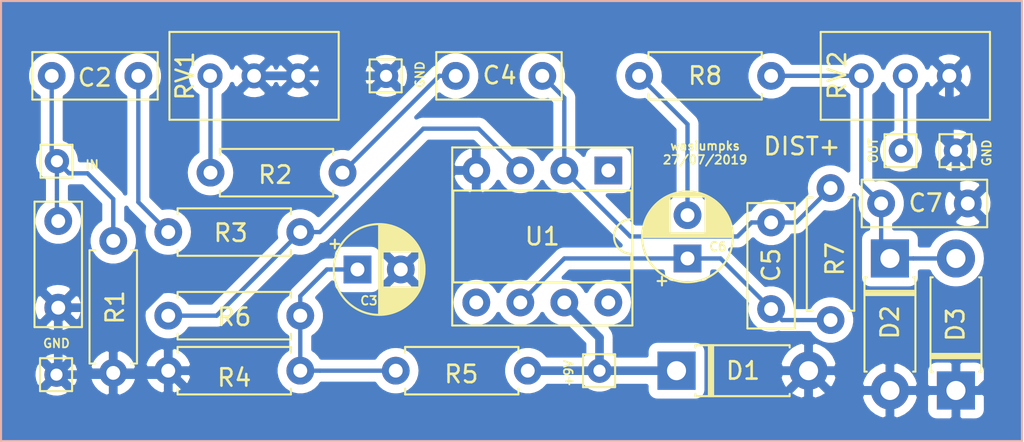
<source format=kicad_pcb>
(kicad_pcb (version 20171130) (host pcbnew "(5.1.2)-2")

  (general
    (thickness 1.6)
    (drawings 6)
    (tracks 87)
    (zones 0)
    (modules 27)
    (nets 17)
  )

  (page A4)
  (layers
    (0 F.Cu signal)
    (31 B.Cu signal)
    (32 B.Adhes user)
    (33 F.Adhes user)
    (34 B.Paste user)
    (35 F.Paste user)
    (36 B.SilkS user)
    (37 F.SilkS user)
    (38 B.Mask user)
    (39 F.Mask user)
    (40 Dwgs.User user)
    (41 Cmts.User user)
    (42 Eco1.User user)
    (43 Eco2.User user)
    (44 Edge.Cuts user)
    (45 Margin user)
    (46 B.CrtYd user)
    (47 F.CrtYd user)
    (48 B.Fab user)
    (49 F.Fab user)
  )

  (setup
    (last_trace_width 0.25)
    (trace_clearance 0.2)
    (zone_clearance 0.508)
    (zone_45_only no)
    (trace_min 0.2)
    (via_size 0.8)
    (via_drill 0.4)
    (via_min_size 0.4)
    (via_min_drill 0.3)
    (uvia_size 0.3)
    (uvia_drill 0.1)
    (uvias_allowed no)
    (uvia_min_size 0.2)
    (uvia_min_drill 0.1)
    (edge_width 0.05)
    (segment_width 0.2)
    (pcb_text_width 0.3)
    (pcb_text_size 1.5 1.5)
    (mod_edge_width 0.12)
    (mod_text_size 1 1)
    (mod_text_width 0.15)
    (pad_size 10.16 10.16)
    (pad_drill 1)
    (pad_to_mask_clearance 0.051)
    (solder_mask_min_width 0.25)
    (aux_axis_origin 0 0)
    (visible_elements 7FFFFFFF)
    (pcbplotparams
      (layerselection 0x010fc_ffffffff)
      (usegerberextensions true)
      (usegerberattributes false)
      (usegerberadvancedattributes false)
      (creategerberjobfile false)
      (excludeedgelayer true)
      (linewidth 0.100000)
      (plotframeref false)
      (viasonmask false)
      (mode 1)
      (useauxorigin false)
      (hpglpennumber 1)
      (hpglpenspeed 20)
      (hpglpendiameter 15.000000)
      (psnegative false)
      (psa4output false)
      (plotreference true)
      (plotvalue true)
      (plotinvisibletext false)
      (padsonsilk false)
      (subtractmaskfromsilk false)
      (outputformat 1)
      (mirror false)
      (drillshape 0)
      (scaleselection 1)
      (outputdirectory "gerbers/"))
  )

  (net 0 "")
  (net 1 GND)
  (net 2 "Net-(C2-Pad1)")
  (net 3 "Net-(C3-Pad1)")
  (net 4 "Net-(C4-Pad2)")
  (net 5 "Net-(C4-Pad1)")
  (net 6 "Net-(C5-Pad1)")
  (net 7 "Net-(C6-Pad2)")
  (net 8 "Net-(C7-Pad1)")
  (net 9 "Net-(R2-Pad2)")
  (net 10 "Net-(R3-Pad1)")
  (net 11 "Net-(U1-Pad1)")
  (net 12 "Net-(U1-Pad5)")
  (net 13 "Net-(U1-Pad8)")
  (net 14 "Net-(C1-Pad1)")
  (net 15 "Net-(+9V1-Pad1)")
  (net 16 "Net-(OUT1-Pad1)")

  (net_class Default "To jest domyślna klasa połączeń."
    (clearance 0.2)
    (trace_width 0.25)
    (via_dia 0.8)
    (via_drill 0.4)
    (uvia_dia 0.3)
    (uvia_drill 0.1)
    (add_net "Net-(C1-Pad1)")
    (add_net "Net-(C2-Pad1)")
    (add_net "Net-(C3-Pad1)")
    (add_net "Net-(C4-Pad1)")
    (add_net "Net-(C4-Pad2)")
    (add_net "Net-(C5-Pad1)")
    (add_net "Net-(C6-Pad2)")
    (add_net "Net-(C7-Pad1)")
    (add_net "Net-(OUT1-Pad1)")
    (add_net "Net-(R2-Pad2)")
    (add_net "Net-(R3-Pad1)")
    (add_net "Net-(U1-Pad1)")
    (add_net "Net-(U1-Pad5)")
    (add_net "Net-(U1-Pad8)")
  )

  (net_class +9V ""
    (clearance 0.2)
    (trace_width 0.5)
    (via_dia 0.8)
    (via_drill 0.4)
    (uvia_dia 0.3)
    (uvia_drill 0.1)
    (add_net "Net-(+9V1-Pad1)")
  )

  (net_class GND ""
    (clearance 0.2)
    (trace_width 0.5)
    (via_dia 0.8)
    (via_drill 0.4)
    (uvia_dia 0.3)
    (uvia_drill 0.1)
    (add_net GND)
  )

  (module Capacitor_THT:CP_Radial_D5.0mm_P2.50mm (layer F.Cu) (tedit 5AE50EF0) (tstamp 5D3A8B55)
    (at 153.543 103.759 90)
    (descr "CP, Radial series, Radial, pin pitch=2.50mm, , diameter=5mm, Electrolytic Capacitor")
    (tags "CP Radial series Radial pin pitch 2.50mm  diameter 5mm Electrolytic Capacitor")
    (path /5D39C5F7)
    (fp_text reference C6 (at 0.6858 1.7526 180) (layer F.SilkS)
      (effects (font (size 0.5 0.5) (thickness 0.1)))
    )
    (fp_text value 1uF (at 1.25 3.75 90) (layer F.Fab)
      (effects (font (size 1 1) (thickness 0.15)))
    )
    (fp_text user %R (at 2.5 0 90) (layer F.Fab)
      (effects (font (size 1 1) (thickness 0.15)))
    )
    (fp_line (start -1.304775 -1.725) (end -1.304775 -1.225) (layer F.SilkS) (width 0.12))
    (fp_line (start -1.554775 -1.475) (end -1.054775 -1.475) (layer F.SilkS) (width 0.12))
    (fp_line (start 3.851 -0.284) (end 3.851 0.284) (layer F.SilkS) (width 0.12))
    (fp_line (start 3.811 -0.518) (end 3.811 0.518) (layer F.SilkS) (width 0.12))
    (fp_line (start 3.771 -0.677) (end 3.771 0.677) (layer F.SilkS) (width 0.12))
    (fp_line (start 3.731 -0.805) (end 3.731 0.805) (layer F.SilkS) (width 0.12))
    (fp_line (start 3.691 -0.915) (end 3.691 0.915) (layer F.SilkS) (width 0.12))
    (fp_line (start 3.651 -1.011) (end 3.651 1.011) (layer F.SilkS) (width 0.12))
    (fp_line (start 3.611 -1.098) (end 3.611 1.098) (layer F.SilkS) (width 0.12))
    (fp_line (start 3.571 -1.178) (end 3.571 1.178) (layer F.SilkS) (width 0.12))
    (fp_line (start 3.531 1.04) (end 3.531 1.251) (layer F.SilkS) (width 0.12))
    (fp_line (start 3.531 -1.251) (end 3.531 -1.04) (layer F.SilkS) (width 0.12))
    (fp_line (start 3.491 1.04) (end 3.491 1.319) (layer F.SilkS) (width 0.12))
    (fp_line (start 3.491 -1.319) (end 3.491 -1.04) (layer F.SilkS) (width 0.12))
    (fp_line (start 3.451 1.04) (end 3.451 1.383) (layer F.SilkS) (width 0.12))
    (fp_line (start 3.451 -1.383) (end 3.451 -1.04) (layer F.SilkS) (width 0.12))
    (fp_line (start 3.411 1.04) (end 3.411 1.443) (layer F.SilkS) (width 0.12))
    (fp_line (start 3.411 -1.443) (end 3.411 -1.04) (layer F.SilkS) (width 0.12))
    (fp_line (start 3.371 1.04) (end 3.371 1.5) (layer F.SilkS) (width 0.12))
    (fp_line (start 3.371 -1.5) (end 3.371 -1.04) (layer F.SilkS) (width 0.12))
    (fp_line (start 3.331 1.04) (end 3.331 1.554) (layer F.SilkS) (width 0.12))
    (fp_line (start 3.331 -1.554) (end 3.331 -1.04) (layer F.SilkS) (width 0.12))
    (fp_line (start 3.291 1.04) (end 3.291 1.605) (layer F.SilkS) (width 0.12))
    (fp_line (start 3.291 -1.605) (end 3.291 -1.04) (layer F.SilkS) (width 0.12))
    (fp_line (start 3.251 1.04) (end 3.251 1.653) (layer F.SilkS) (width 0.12))
    (fp_line (start 3.251 -1.653) (end 3.251 -1.04) (layer F.SilkS) (width 0.12))
    (fp_line (start 3.211 1.04) (end 3.211 1.699) (layer F.SilkS) (width 0.12))
    (fp_line (start 3.211 -1.699) (end 3.211 -1.04) (layer F.SilkS) (width 0.12))
    (fp_line (start 3.171 1.04) (end 3.171 1.743) (layer F.SilkS) (width 0.12))
    (fp_line (start 3.171 -1.743) (end 3.171 -1.04) (layer F.SilkS) (width 0.12))
    (fp_line (start 3.131 1.04) (end 3.131 1.785) (layer F.SilkS) (width 0.12))
    (fp_line (start 3.131 -1.785) (end 3.131 -1.04) (layer F.SilkS) (width 0.12))
    (fp_line (start 3.091 1.04) (end 3.091 1.826) (layer F.SilkS) (width 0.12))
    (fp_line (start 3.091 -1.826) (end 3.091 -1.04) (layer F.SilkS) (width 0.12))
    (fp_line (start 3.051 1.04) (end 3.051 1.864) (layer F.SilkS) (width 0.12))
    (fp_line (start 3.051 -1.864) (end 3.051 -1.04) (layer F.SilkS) (width 0.12))
    (fp_line (start 3.011 1.04) (end 3.011 1.901) (layer F.SilkS) (width 0.12))
    (fp_line (start 3.011 -1.901) (end 3.011 -1.04) (layer F.SilkS) (width 0.12))
    (fp_line (start 2.971 1.04) (end 2.971 1.937) (layer F.SilkS) (width 0.12))
    (fp_line (start 2.971 -1.937) (end 2.971 -1.04) (layer F.SilkS) (width 0.12))
    (fp_line (start 2.931 1.04) (end 2.931 1.971) (layer F.SilkS) (width 0.12))
    (fp_line (start 2.931 -1.971) (end 2.931 -1.04) (layer F.SilkS) (width 0.12))
    (fp_line (start 2.891 1.04) (end 2.891 2.004) (layer F.SilkS) (width 0.12))
    (fp_line (start 2.891 -2.004) (end 2.891 -1.04) (layer F.SilkS) (width 0.12))
    (fp_line (start 2.851 1.04) (end 2.851 2.035) (layer F.SilkS) (width 0.12))
    (fp_line (start 2.851 -2.035) (end 2.851 -1.04) (layer F.SilkS) (width 0.12))
    (fp_line (start 2.811 1.04) (end 2.811 2.065) (layer F.SilkS) (width 0.12))
    (fp_line (start 2.811 -2.065) (end 2.811 -1.04) (layer F.SilkS) (width 0.12))
    (fp_line (start 2.771 1.04) (end 2.771 2.095) (layer F.SilkS) (width 0.12))
    (fp_line (start 2.771 -2.095) (end 2.771 -1.04) (layer F.SilkS) (width 0.12))
    (fp_line (start 2.731 1.04) (end 2.731 2.122) (layer F.SilkS) (width 0.12))
    (fp_line (start 2.731 -2.122) (end 2.731 -1.04) (layer F.SilkS) (width 0.12))
    (fp_line (start 2.691 1.04) (end 2.691 2.149) (layer F.SilkS) (width 0.12))
    (fp_line (start 2.691 -2.149) (end 2.691 -1.04) (layer F.SilkS) (width 0.12))
    (fp_line (start 2.651 1.04) (end 2.651 2.175) (layer F.SilkS) (width 0.12))
    (fp_line (start 2.651 -2.175) (end 2.651 -1.04) (layer F.SilkS) (width 0.12))
    (fp_line (start 2.611 1.04) (end 2.611 2.2) (layer F.SilkS) (width 0.12))
    (fp_line (start 2.611 -2.2) (end 2.611 -1.04) (layer F.SilkS) (width 0.12))
    (fp_line (start 2.571 1.04) (end 2.571 2.224) (layer F.SilkS) (width 0.12))
    (fp_line (start 2.571 -2.224) (end 2.571 -1.04) (layer F.SilkS) (width 0.12))
    (fp_line (start 2.531 1.04) (end 2.531 2.247) (layer F.SilkS) (width 0.12))
    (fp_line (start 2.531 -2.247) (end 2.531 -1.04) (layer F.SilkS) (width 0.12))
    (fp_line (start 2.491 1.04) (end 2.491 2.268) (layer F.SilkS) (width 0.12))
    (fp_line (start 2.491 -2.268) (end 2.491 -1.04) (layer F.SilkS) (width 0.12))
    (fp_line (start 2.451 1.04) (end 2.451 2.29) (layer F.SilkS) (width 0.12))
    (fp_line (start 2.451 -2.29) (end 2.451 -1.04) (layer F.SilkS) (width 0.12))
    (fp_line (start 2.411 1.04) (end 2.411 2.31) (layer F.SilkS) (width 0.12))
    (fp_line (start 2.411 -2.31) (end 2.411 -1.04) (layer F.SilkS) (width 0.12))
    (fp_line (start 2.371 1.04) (end 2.371 2.329) (layer F.SilkS) (width 0.12))
    (fp_line (start 2.371 -2.329) (end 2.371 -1.04) (layer F.SilkS) (width 0.12))
    (fp_line (start 2.331 1.04) (end 2.331 2.348) (layer F.SilkS) (width 0.12))
    (fp_line (start 2.331 -2.348) (end 2.331 -1.04) (layer F.SilkS) (width 0.12))
    (fp_line (start 2.291 1.04) (end 2.291 2.365) (layer F.SilkS) (width 0.12))
    (fp_line (start 2.291 -2.365) (end 2.291 -1.04) (layer F.SilkS) (width 0.12))
    (fp_line (start 2.251 1.04) (end 2.251 2.382) (layer F.SilkS) (width 0.12))
    (fp_line (start 2.251 -2.382) (end 2.251 -1.04) (layer F.SilkS) (width 0.12))
    (fp_line (start 2.211 1.04) (end 2.211 2.398) (layer F.SilkS) (width 0.12))
    (fp_line (start 2.211 -2.398) (end 2.211 -1.04) (layer F.SilkS) (width 0.12))
    (fp_line (start 2.171 1.04) (end 2.171 2.414) (layer F.SilkS) (width 0.12))
    (fp_line (start 2.171 -2.414) (end 2.171 -1.04) (layer F.SilkS) (width 0.12))
    (fp_line (start 2.131 1.04) (end 2.131 2.428) (layer F.SilkS) (width 0.12))
    (fp_line (start 2.131 -2.428) (end 2.131 -1.04) (layer F.SilkS) (width 0.12))
    (fp_line (start 2.091 1.04) (end 2.091 2.442) (layer F.SilkS) (width 0.12))
    (fp_line (start 2.091 -2.442) (end 2.091 -1.04) (layer F.SilkS) (width 0.12))
    (fp_line (start 2.051 1.04) (end 2.051 2.455) (layer F.SilkS) (width 0.12))
    (fp_line (start 2.051 -2.455) (end 2.051 -1.04) (layer F.SilkS) (width 0.12))
    (fp_line (start 2.011 1.04) (end 2.011 2.468) (layer F.SilkS) (width 0.12))
    (fp_line (start 2.011 -2.468) (end 2.011 -1.04) (layer F.SilkS) (width 0.12))
    (fp_line (start 1.971 1.04) (end 1.971 2.48) (layer F.SilkS) (width 0.12))
    (fp_line (start 1.971 -2.48) (end 1.971 -1.04) (layer F.SilkS) (width 0.12))
    (fp_line (start 1.93 1.04) (end 1.93 2.491) (layer F.SilkS) (width 0.12))
    (fp_line (start 1.93 -2.491) (end 1.93 -1.04) (layer F.SilkS) (width 0.12))
    (fp_line (start 1.89 1.04) (end 1.89 2.501) (layer F.SilkS) (width 0.12))
    (fp_line (start 1.89 -2.501) (end 1.89 -1.04) (layer F.SilkS) (width 0.12))
    (fp_line (start 1.85 1.04) (end 1.85 2.511) (layer F.SilkS) (width 0.12))
    (fp_line (start 1.85 -2.511) (end 1.85 -1.04) (layer F.SilkS) (width 0.12))
    (fp_line (start 1.81 1.04) (end 1.81 2.52) (layer F.SilkS) (width 0.12))
    (fp_line (start 1.81 -2.52) (end 1.81 -1.04) (layer F.SilkS) (width 0.12))
    (fp_line (start 1.77 1.04) (end 1.77 2.528) (layer F.SilkS) (width 0.12))
    (fp_line (start 1.77 -2.528) (end 1.77 -1.04) (layer F.SilkS) (width 0.12))
    (fp_line (start 1.73 1.04) (end 1.73 2.536) (layer F.SilkS) (width 0.12))
    (fp_line (start 1.73 -2.536) (end 1.73 -1.04) (layer F.SilkS) (width 0.12))
    (fp_line (start 1.69 1.04) (end 1.69 2.543) (layer F.SilkS) (width 0.12))
    (fp_line (start 1.69 -2.543) (end 1.69 -1.04) (layer F.SilkS) (width 0.12))
    (fp_line (start 1.65 1.04) (end 1.65 2.55) (layer F.SilkS) (width 0.12))
    (fp_line (start 1.65 -2.55) (end 1.65 -1.04) (layer F.SilkS) (width 0.12))
    (fp_line (start 1.61 1.04) (end 1.61 2.556) (layer F.SilkS) (width 0.12))
    (fp_line (start 1.61 -2.556) (end 1.61 -1.04) (layer F.SilkS) (width 0.12))
    (fp_line (start 1.57 1.04) (end 1.57 2.561) (layer F.SilkS) (width 0.12))
    (fp_line (start 1.57 -2.561) (end 1.57 -1.04) (layer F.SilkS) (width 0.12))
    (fp_line (start 1.53 1.04) (end 1.53 2.565) (layer F.SilkS) (width 0.12))
    (fp_line (start 1.53 -2.565) (end 1.53 -1.04) (layer F.SilkS) (width 0.12))
    (fp_line (start 1.49 1.04) (end 1.49 2.569) (layer F.SilkS) (width 0.12))
    (fp_line (start 1.49 -2.569) (end 1.49 -1.04) (layer F.SilkS) (width 0.12))
    (fp_line (start 1.45 -2.573) (end 1.45 2.573) (layer F.SilkS) (width 0.12))
    (fp_line (start 1.41 -2.576) (end 1.41 2.576) (layer F.SilkS) (width 0.12))
    (fp_line (start 1.37 -2.578) (end 1.37 2.578) (layer F.SilkS) (width 0.12))
    (fp_line (start 1.33 -2.579) (end 1.33 2.579) (layer F.SilkS) (width 0.12))
    (fp_line (start 1.29 -2.58) (end 1.29 2.58) (layer F.SilkS) (width 0.12))
    (fp_line (start 1.25 -2.58) (end 1.25 2.58) (layer F.SilkS) (width 0.12))
    (fp_line (start -0.633605 -1.3375) (end -0.633605 -0.8375) (layer F.Fab) (width 0.1))
    (fp_line (start -0.883605 -1.0875) (end -0.383605 -1.0875) (layer F.Fab) (width 0.1))
    (fp_circle (center 1.25 0) (end 4 0) (layer F.CrtYd) (width 0.05))
    (fp_circle (center 1.25 0) (end 3.87 0) (layer F.SilkS) (width 0.12))
    (fp_circle (center 1.25 0) (end 3.75 0) (layer F.Fab) (width 0.1))
    (pad 2 thru_hole circle (at 2.5 0 90) (size 1.6 1.6) (drill 0.8) (layers *.Cu *.Mask)
      (net 7 "Net-(C6-Pad2)"))
    (pad 1 thru_hole rect (at 0 0 90) (size 1.6 1.6) (drill 0.8) (layers *.Cu *.Mask)
      (net 6 "Net-(C5-Pad1)"))
    (model ${KISYS3DMOD}/Capacitor_THT.3dshapes/CP_Radial_D5.0mm_P2.50mm.wrl
      (at (xyz 0 0 0))
      (scale (xyz 1 1 1))
      (rotate (xyz 0 0 0))
    )
  )

  (module Potentiometer_THT:Potentiometer_Bourns_3386C_Horizontal (layer F.Cu) (tedit 5AA07388) (tstamp 5D3A8CA5)
    (at 163.576 93.218 90)
    (descr "Potentiometer, horizontal, Bourns 3386C, https://www.bourns.com/pdfs/3386.pdf")
    (tags "Potentiometer horizontal Bourns 3386C")
    (path /5D3A35A1)
    (fp_text reference RV2 (at 0.0254 -1.397 270) (layer F.SilkS)
      (effects (font (size 1 1) (thickness 0.15)))
    )
    (fp_text value A50k (at 0 8.555 90) (layer F.Fab)
      (effects (font (size 1 1) (thickness 0.15)))
    )
    (fp_line (start 2.415 -2.225) (end 2.415 7.305) (layer F.Fab) (width 0.1))
    (fp_line (start 2.415 7.305) (end -2.415 7.305) (layer F.Fab) (width 0.1))
    (fp_line (start -2.415 7.305) (end -2.415 -2.225) (layer F.Fab) (width 0.1))
    (fp_line (start -2.415 -2.225) (end 2.415 -2.225) (layer F.Fab) (width 0.1))
    (fp_line (start -2.535 -2.345) (end 2.535 -2.345) (layer F.SilkS) (width 0.12))
    (fp_line (start -2.535 7.425) (end 2.535 7.425) (layer F.SilkS) (width 0.12))
    (fp_line (start 2.535 -2.345) (end 2.535 7.425) (layer F.SilkS) (width 0.12))
    (fp_line (start -2.535 -2.345) (end -2.535 7.425) (layer F.SilkS) (width 0.12))
    (fp_line (start -2.67 -2.48) (end -2.67 7.56) (layer F.CrtYd) (width 0.05))
    (fp_line (start -2.67 7.56) (end 2.67 7.56) (layer F.CrtYd) (width 0.05))
    (fp_line (start 2.67 7.56) (end 2.67 -2.48) (layer F.CrtYd) (width 0.05))
    (fp_line (start 2.67 -2.48) (end -2.67 -2.48) (layer F.CrtYd) (width 0.05))
    (fp_text user %R (at 0 2.54 90) (layer F.Fab)
      (effects (font (size 1 1) (thickness 0.15)))
    )
    (pad 3 thru_hole circle (at 0 5.08 90) (size 1.44 1.44) (drill 0.8) (layers *.Cu *.Mask)
      (net 1 GND))
    (pad 2 thru_hole circle (at 0 2.54 90) (size 1.44 1.44) (drill 0.8) (layers *.Cu *.Mask)
      (net 16 "Net-(OUT1-Pad1)"))
    (pad 1 thru_hole circle (at 0 0 90) (size 1.44 1.44) (drill 0.8) (layers *.Cu *.Mask)
      (net 8 "Net-(C7-Pad1)"))
    (model ${KISYS3DMOD}/Potentiometer_THT.3dshapes/Potentiometer_Bourns_3386C_Horizontal.wrl
      (at (xyz 0 0 0))
      (scale (xyz 1 1 1))
      (rotate (xyz 0 0 0))
    )
  )

  (module Resistor_THT:R_Axial_DIN0207_L6.3mm_D2.5mm_P7.62mm_Horizontal (layer F.Cu) (tedit 5AE5139B) (tstamp 5D3AA8AB)
    (at 161.798 107.315 90)
    (descr "Resistor, Axial_DIN0207 series, Axial, Horizontal, pin pitch=7.62mm, 0.25W = 1/4W, length*diameter=6.3*2.5mm^2, http://cdn-reichelt.de/documents/datenblatt/B400/1_4W%23YAG.pdf")
    (tags "Resistor Axial_DIN0207 series Axial Horizontal pin pitch 7.62mm 0.25W = 1/4W length 6.3mm diameter 2.5mm")
    (path /5D39DBE5)
    (fp_text reference R7 (at 3.5306 0.254 90) (layer F.SilkS)
      (effects (font (size 1 1) (thickness 0.15)))
    )
    (fp_text value 1M (at 3.81 2.37 90) (layer F.Fab)
      (effects (font (size 1 1) (thickness 0.15)))
    )
    (fp_line (start 8.67 -1.5) (end -1.05 -1.5) (layer F.CrtYd) (width 0.05))
    (fp_line (start 8.67 1.5) (end 8.67 -1.5) (layer F.CrtYd) (width 0.05))
    (fp_line (start -1.05 1.5) (end 8.67 1.5) (layer F.CrtYd) (width 0.05))
    (fp_line (start -1.05 -1.5) (end -1.05 1.5) (layer F.CrtYd) (width 0.05))
    (fp_line (start 7.08 1.37) (end 7.08 1.04) (layer F.SilkS) (width 0.12))
    (fp_line (start 0.54 1.37) (end 7.08 1.37) (layer F.SilkS) (width 0.12))
    (fp_line (start 0.54 1.04) (end 0.54 1.37) (layer F.SilkS) (width 0.12))
    (fp_line (start 7.08 -1.37) (end 7.08 -1.04) (layer F.SilkS) (width 0.12))
    (fp_line (start 0.54 -1.37) (end 7.08 -1.37) (layer F.SilkS) (width 0.12))
    (fp_line (start 0.54 -1.04) (end 0.54 -1.37) (layer F.SilkS) (width 0.12))
    (fp_line (start 7.62 0) (end 6.96 0) (layer F.Fab) (width 0.1))
    (fp_line (start 0 0) (end 0.66 0) (layer F.Fab) (width 0.1))
    (fp_line (start 6.96 -1.25) (end 0.66 -1.25) (layer F.Fab) (width 0.1))
    (fp_line (start 6.96 1.25) (end 6.96 -1.25) (layer F.Fab) (width 0.1))
    (fp_line (start 0.66 1.25) (end 6.96 1.25) (layer F.Fab) (width 0.1))
    (fp_line (start 0.66 -1.25) (end 0.66 1.25) (layer F.Fab) (width 0.1))
    (pad 2 thru_hole oval (at 7.62 0 90) (size 1.6 1.6) (drill 0.8) (layers *.Cu *.Mask)
      (net 5 "Net-(C4-Pad1)"))
    (pad 1 thru_hole circle (at 0 0 90) (size 1.6 1.6) (drill 0.8) (layers *.Cu *.Mask)
      (net 6 "Net-(C5-Pad1)"))
    (model ${KISYS3DMOD}/Resistor_THT.3dshapes/R_Axial_DIN0207_L6.3mm_D2.5mm_P7.62mm_Horizontal.wrl
      (at (xyz 0 0 0))
      (scale (xyz 1 1 1))
      (rotate (xyz 0 0 0))
    )
  )

  (module Resistor_THT:R_Axial_DIN0207_L6.3mm_D2.5mm_P7.62mm_Horizontal (layer F.Cu) (tedit 5AE5139B) (tstamp 5D3A8C0A)
    (at 131.191 102.235 180)
    (descr "Resistor, Axial_DIN0207 series, Axial, Horizontal, pin pitch=7.62mm, 0.25W = 1/4W, length*diameter=6.3*2.5mm^2, http://cdn-reichelt.de/documents/datenblatt/B400/1_4W%23YAG.pdf")
    (tags "Resistor Axial_DIN0207 series Axial Horizontal pin pitch 7.62mm 0.25W = 1/4W length 6.3mm diameter 2.5mm")
    (path /5D39FAB0)
    (fp_text reference R3 (at 4.0132 -0.0508) (layer F.SilkS)
      (effects (font (size 1 1) (thickness 0.15)))
    )
    (fp_text value 10k (at 3.81 2.37) (layer F.Fab) hide
      (effects (font (size 1 1) (thickness 0.15)))
    )
    (fp_line (start 0.66 -1.25) (end 0.66 1.25) (layer F.Fab) (width 0.1))
    (fp_line (start 0.66 1.25) (end 6.96 1.25) (layer F.Fab) (width 0.1))
    (fp_line (start 6.96 1.25) (end 6.96 -1.25) (layer F.Fab) (width 0.1))
    (fp_line (start 6.96 -1.25) (end 0.66 -1.25) (layer F.Fab) (width 0.1))
    (fp_line (start 0 0) (end 0.66 0) (layer F.Fab) (width 0.1))
    (fp_line (start 7.62 0) (end 6.96 0) (layer F.Fab) (width 0.1))
    (fp_line (start 0.54 -1.04) (end 0.54 -1.37) (layer F.SilkS) (width 0.12))
    (fp_line (start 0.54 -1.37) (end 7.08 -1.37) (layer F.SilkS) (width 0.12))
    (fp_line (start 7.08 -1.37) (end 7.08 -1.04) (layer F.SilkS) (width 0.12))
    (fp_line (start 0.54 1.04) (end 0.54 1.37) (layer F.SilkS) (width 0.12))
    (fp_line (start 0.54 1.37) (end 7.08 1.37) (layer F.SilkS) (width 0.12))
    (fp_line (start 7.08 1.37) (end 7.08 1.04) (layer F.SilkS) (width 0.12))
    (fp_line (start -1.05 -1.5) (end -1.05 1.5) (layer F.CrtYd) (width 0.05))
    (fp_line (start -1.05 1.5) (end 8.67 1.5) (layer F.CrtYd) (width 0.05))
    (fp_line (start 8.67 1.5) (end 8.67 -1.5) (layer F.CrtYd) (width 0.05))
    (fp_line (start 8.67 -1.5) (end -1.05 -1.5) (layer F.CrtYd) (width 0.05))
    (pad 1 thru_hole circle (at 0 0 180) (size 1.6 1.6) (drill 0.8) (layers *.Cu *.Mask)
      (net 10 "Net-(R3-Pad1)"))
    (pad 2 thru_hole oval (at 7.62 0 180) (size 1.6 1.6) (drill 0.8) (layers *.Cu *.Mask)
      (net 2 "Net-(C2-Pad1)"))
    (model ${KISYS3DMOD}/Resistor_THT.3dshapes/R_Axial_DIN0207_L6.3mm_D2.5mm_P7.62mm_Horizontal.wrl
      (at (xyz 0 0 0))
      (scale (xyz 1 1 1))
      (rotate (xyz 0 0 0))
    )
  )

  (module Connector_Pin:Pin_D0.7mm_L6.5mm_W1.8mm_FlatFork (layer F.Cu) (tedit 5A1DC084) (tstamp 5D399A71)
    (at 148.463 110.236)
    (descr "solder Pin_ with flat fork, hole diameter 0.7mm, length 6.5mm, width 1.8mm")
    (tags "solder Pin_ with flat fork")
    (path /5D3FC2CB)
    (fp_text reference +9V (at -1.778 0.1524 90) (layer F.SilkS)
      (effects (font (size 0.5 0.5) (thickness 0.1)))
    )
    (fp_text value " " (at 0 -1.8) (layer F.Fab)
      (effects (font (size 1 1) (thickness 0.15)))
    )
    (fp_line (start 1.35 1.2) (end -1.4 1.2) (layer F.CrtYd) (width 0.05))
    (fp_line (start 1.35 1.2) (end 1.35 -1.2) (layer F.CrtYd) (width 0.05))
    (fp_line (start -1.4 -1.2) (end -1.4 1.2) (layer F.CrtYd) (width 0.05))
    (fp_line (start -1.4 -1.2) (end 1.35 -1.2) (layer F.CrtYd) (width 0.05))
    (fp_line (start -0.9 0.25) (end -0.9 -0.25) (layer F.Fab) (width 0.12))
    (fp_line (start 0.85 0.25) (end -0.9 0.25) (layer F.Fab) (width 0.12))
    (fp_line (start 0.85 -0.25) (end 0.85 0.25) (layer F.Fab) (width 0.12))
    (fp_line (start -0.9 -0.25) (end 0.85 -0.25) (layer F.Fab) (width 0.12))
    (fp_line (start 0.9 -0.95) (end -0.95 -0.95) (layer F.SilkS) (width 0.12))
    (fp_line (start 0.9 -0.9) (end 0.9 -0.95) (layer F.SilkS) (width 0.12))
    (fp_line (start 0.9 0.95) (end 0.9 -0.9) (layer F.SilkS) (width 0.12))
    (fp_line (start -0.95 0.95) (end 0.9 0.95) (layer F.SilkS) (width 0.12))
    (fp_line (start -0.95 -0.95) (end -0.95 0.95) (layer F.SilkS) (width 0.12))
    (pad 1 thru_hole circle (at 0 0) (size 1.4 1.4) (drill 0.7) (layers *.Cu *.Mask)
      (net 15 "Net-(+9V1-Pad1)"))
    (model ${KISYS3DMOD}/Connector_Pin.3dshapes/Pin_D0.7mm_L6.5mm_W1.8mm_FlatFork.wrl
      (at (xyz 0 0 0))
      (scale (xyz 1 1 1))
      (rotate (xyz 0 0 0))
    )
  )

  (module Connector_Pin:Pin_D0.7mm_L6.5mm_W1.8mm_FlatFork (layer F.Cu) (tedit 5A1DC084) (tstamp 5D399B7D)
    (at 165.862 97.536)
    (descr "solder Pin_ with flat fork, hole diameter 0.7mm, length 6.5mm, width 1.8mm")
    (tags "solder Pin_ with flat fork")
    (path /5D408FF9)
    (fp_text reference OUT (at -1.6002 0 90) (layer F.SilkS)
      (effects (font (size 0.5 0.5) (thickness 0.1)))
    )
    (fp_text value " " (at 0 -1.8) (layer F.Fab)
      (effects (font (size 1 1) (thickness 0.15)))
    )
    (fp_line (start 1.35 1.2) (end -1.4 1.2) (layer F.CrtYd) (width 0.05))
    (fp_line (start 1.35 1.2) (end 1.35 -1.2) (layer F.CrtYd) (width 0.05))
    (fp_line (start -1.4 -1.2) (end -1.4 1.2) (layer F.CrtYd) (width 0.05))
    (fp_line (start -1.4 -1.2) (end 1.35 -1.2) (layer F.CrtYd) (width 0.05))
    (fp_line (start -0.9 0.25) (end -0.9 -0.25) (layer F.Fab) (width 0.12))
    (fp_line (start 0.85 0.25) (end -0.9 0.25) (layer F.Fab) (width 0.12))
    (fp_line (start 0.85 -0.25) (end 0.85 0.25) (layer F.Fab) (width 0.12))
    (fp_line (start -0.9 -0.25) (end 0.85 -0.25) (layer F.Fab) (width 0.12))
    (fp_line (start 0.9 -0.95) (end -0.95 -0.95) (layer F.SilkS) (width 0.12))
    (fp_line (start 0.9 -0.9) (end 0.9 -0.95) (layer F.SilkS) (width 0.12))
    (fp_line (start 0.9 0.95) (end 0.9 -0.9) (layer F.SilkS) (width 0.12))
    (fp_line (start -0.95 0.95) (end 0.9 0.95) (layer F.SilkS) (width 0.12))
    (fp_line (start -0.95 -0.95) (end -0.95 0.95) (layer F.SilkS) (width 0.12))
    (fp_text user %R (at 0 1.8) (layer F.Fab)
      (effects (font (size 1 1) (thickness 0.15)))
    )
    (pad 1 thru_hole circle (at 0 0) (size 1.4 1.4) (drill 0.7) (layers *.Cu *.Mask)
      (net 16 "Net-(OUT1-Pad1)"))
    (model ${KISYS3DMOD}/Connector_Pin.3dshapes/Pin_D0.7mm_L6.5mm_W1.8mm_FlatFork.wrl
      (at (xyz 0 0 0))
      (scale (xyz 1 1 1))
      (rotate (xyz 0 0 0))
    )
  )

  (module Connector_Pin:Pin_D0.7mm_L6.5mm_W1.8mm_FlatFork (layer F.Cu) (tedit 5A1DC084) (tstamp 5D398B4B)
    (at 117.1194 110.4646)
    (descr "solder Pin_ with flat fork, hole diameter 0.7mm, length 6.5mm, width 1.8mm")
    (tags "solder Pin_ with flat fork")
    (path /5D40B828)
    (fp_text reference GND (at 0 -1.8034) (layer F.SilkS)
      (effects (font (size 0.5 0.5) (thickness 0.1)))
    )
    (fp_text value " " (at 0 -1.8) (layer F.Fab)
      (effects (font (size 1 1) (thickness 0.15)))
    )
    (fp_line (start 1.35 1.2) (end -1.4 1.2) (layer F.CrtYd) (width 0.05))
    (fp_line (start 1.35 1.2) (end 1.35 -1.2) (layer F.CrtYd) (width 0.05))
    (fp_line (start -1.4 -1.2) (end -1.4 1.2) (layer F.CrtYd) (width 0.05))
    (fp_line (start -1.4 -1.2) (end 1.35 -1.2) (layer F.CrtYd) (width 0.05))
    (fp_line (start -0.9 0.25) (end -0.9 -0.25) (layer F.Fab) (width 0.12))
    (fp_line (start 0.85 0.25) (end -0.9 0.25) (layer F.Fab) (width 0.12))
    (fp_line (start 0.85 -0.25) (end 0.85 0.25) (layer F.Fab) (width 0.12))
    (fp_line (start -0.9 -0.25) (end 0.85 -0.25) (layer F.Fab) (width 0.12))
    (fp_line (start 0.9 -0.95) (end -0.95 -0.95) (layer F.SilkS) (width 0.12))
    (fp_line (start 0.9 -0.9) (end 0.9 -0.95) (layer F.SilkS) (width 0.12))
    (fp_line (start 0.9 0.95) (end 0.9 -0.9) (layer F.SilkS) (width 0.12))
    (fp_line (start -0.95 0.95) (end 0.9 0.95) (layer F.SilkS) (width 0.12))
    (fp_line (start -0.95 -0.95) (end -0.95 0.95) (layer F.SilkS) (width 0.12))
    (pad 1 thru_hole circle (at 0 0) (size 1.4 1.4) (drill 0.7) (layers *.Cu *.Mask)
      (net 1 GND))
    (model ${KISYS3DMOD}/Connector_Pin.3dshapes/Pin_D0.7mm_L6.5mm_W1.8mm_FlatFork.wrl
      (at (xyz 0 0 0))
      (scale (xyz 1 1 1))
      (rotate (xyz 0 0 0))
    )
  )

  (module Connector_Pin:Pin_D0.7mm_L6.5mm_W1.8mm_FlatFork (layer F.Cu) (tedit 5A1DC084) (tstamp 5D398B38)
    (at 169.037 97.536)
    (descr "solder Pin_ with flat fork, hole diameter 0.7mm, length 6.5mm, width 1.8mm")
    (tags "solder Pin_ with flat fork")
    (path /5D4025DA)
    (fp_text reference GND (at 1.778 0.127 90) (layer F.SilkS)
      (effects (font (size 0.5 0.5) (thickness 0.1)))
    )
    (fp_text value " " (at 0 -1.8) (layer F.Fab)
      (effects (font (size 1 1) (thickness 0.15)))
    )
    (fp_line (start 1.35 1.2) (end -1.4 1.2) (layer F.CrtYd) (width 0.05))
    (fp_line (start 1.35 1.2) (end 1.35 -1.2) (layer F.CrtYd) (width 0.05))
    (fp_line (start -1.4 -1.2) (end -1.4 1.2) (layer F.CrtYd) (width 0.05))
    (fp_line (start -1.4 -1.2) (end 1.35 -1.2) (layer F.CrtYd) (width 0.05))
    (fp_line (start -0.9 0.25) (end -0.9 -0.25) (layer F.Fab) (width 0.12))
    (fp_line (start 0.85 0.25) (end -0.9 0.25) (layer F.Fab) (width 0.12))
    (fp_line (start 0.85 -0.25) (end 0.85 0.25) (layer F.Fab) (width 0.12))
    (fp_line (start -0.9 -0.25) (end 0.85 -0.25) (layer F.Fab) (width 0.12))
    (fp_line (start 0.9 -0.95) (end -0.95 -0.95) (layer F.SilkS) (width 0.12))
    (fp_line (start 0.9 -0.9) (end 0.9 -0.95) (layer F.SilkS) (width 0.12))
    (fp_line (start 0.9 0.95) (end 0.9 -0.9) (layer F.SilkS) (width 0.12))
    (fp_line (start -0.95 0.95) (end 0.9 0.95) (layer F.SilkS) (width 0.12))
    (fp_line (start -0.95 -0.95) (end -0.95 0.95) (layer F.SilkS) (width 0.12))
    (pad 1 thru_hole circle (at 0 0) (size 1.4 1.4) (drill 0.7) (layers *.Cu *.Mask)
      (net 1 GND))
    (model ${KISYS3DMOD}/Connector_Pin.3dshapes/Pin_D0.7mm_L6.5mm_W1.8mm_FlatFork.wrl
      (at (xyz 0 0 0))
      (scale (xyz 1 1 1))
      (rotate (xyz 0 0 0))
    )
  )

  (module Connector_Pin:Pin_D0.7mm_L6.5mm_W1.8mm_FlatFork (layer F.Cu) (tedit 5A1DC084) (tstamp 5D398B25)
    (at 136.144 93.218)
    (descr "solder Pin_ with flat fork, hole diameter 0.7mm, length 6.5mm, width 1.8mm")
    (tags "solder Pin_ with flat fork")
    (path /5D405663)
    (fp_text reference GND (at 1.9558 -0.0762 90) (layer F.SilkS)
      (effects (font (size 0.5 0.5) (thickness 0.1)))
    )
    (fp_text value " " (at 0 -1.8) (layer F.Fab)
      (effects (font (size 1 1) (thickness 0.15)))
    )
    (fp_line (start 1.35 1.2) (end -1.4 1.2) (layer F.CrtYd) (width 0.05))
    (fp_line (start 1.35 1.2) (end 1.35 -1.2) (layer F.CrtYd) (width 0.05))
    (fp_line (start -1.4 -1.2) (end -1.4 1.2) (layer F.CrtYd) (width 0.05))
    (fp_line (start -1.4 -1.2) (end 1.35 -1.2) (layer F.CrtYd) (width 0.05))
    (fp_line (start -0.9 0.25) (end -0.9 -0.25) (layer F.Fab) (width 0.12))
    (fp_line (start 0.85 0.25) (end -0.9 0.25) (layer F.Fab) (width 0.12))
    (fp_line (start 0.85 -0.25) (end 0.85 0.25) (layer F.Fab) (width 0.12))
    (fp_line (start -0.9 -0.25) (end 0.85 -0.25) (layer F.Fab) (width 0.12))
    (fp_line (start 0.9 -0.95) (end -0.95 -0.95) (layer F.SilkS) (width 0.12))
    (fp_line (start 0.9 -0.9) (end 0.9 -0.95) (layer F.SilkS) (width 0.12))
    (fp_line (start 0.9 0.95) (end 0.9 -0.9) (layer F.SilkS) (width 0.12))
    (fp_line (start -0.95 0.95) (end 0.9 0.95) (layer F.SilkS) (width 0.12))
    (fp_line (start -0.95 -0.95) (end -0.95 0.95) (layer F.SilkS) (width 0.12))
    (fp_text user %R (at 0 1.8) (layer F.Fab)
      (effects (font (size 1 1) (thickness 0.15)))
    )
    (pad 1 thru_hole circle (at 0 0) (size 1.4 1.4) (drill 0.7) (layers *.Cu *.Mask)
      (net 1 GND))
    (model ${KISYS3DMOD}/Connector_Pin.3dshapes/Pin_D0.7mm_L6.5mm_W1.8mm_FlatFork.wrl
      (at (xyz 0 0 0))
      (scale (xyz 1 1 1))
      (rotate (xyz 0 0 0))
    )
  )

  (module Connector_Pin:Pin_D0.7mm_L6.5mm_W1.8mm_FlatFork (layer F.Cu) (tedit 5A1DC084) (tstamp 5D3AFF57)
    (at 117.1448 98.1456)
    (descr "solder Pin_ with flat fork, hole diameter 0.7mm, length 6.5mm, width 1.8mm")
    (tags "solder Pin_ with flat fork")
    (path /5D3DE695)
    (fp_text reference IN (at 2.032 0.2032) (layer F.SilkS)
      (effects (font (size 0.5 0.5) (thickness 0.1)))
    )
    (fp_text value " " (at 0 -1.8) (layer F.Fab)
      (effects (font (size 1 1) (thickness 0.15)))
    )
    (fp_line (start 1.35 1.2) (end -1.4 1.2) (layer F.CrtYd) (width 0.05))
    (fp_line (start 1.35 1.2) (end 1.35 -1.2) (layer F.CrtYd) (width 0.05))
    (fp_line (start -1.4 -1.2) (end -1.4 1.2) (layer F.CrtYd) (width 0.05))
    (fp_line (start -1.4 -1.2) (end 1.35 -1.2) (layer F.CrtYd) (width 0.05))
    (fp_line (start -0.9 0.25) (end -0.9 -0.25) (layer F.Fab) (width 0.12))
    (fp_line (start 0.85 0.25) (end -0.9 0.25) (layer F.Fab) (width 0.12))
    (fp_line (start 0.85 -0.25) (end 0.85 0.25) (layer F.Fab) (width 0.12))
    (fp_line (start -0.9 -0.25) (end 0.85 -0.25) (layer F.Fab) (width 0.12))
    (fp_line (start 0.9 -0.95) (end -0.95 -0.95) (layer F.SilkS) (width 0.12))
    (fp_line (start 0.9 -0.9) (end 0.9 -0.95) (layer F.SilkS) (width 0.12))
    (fp_line (start 0.9 0.95) (end 0.9 -0.9) (layer F.SilkS) (width 0.12))
    (fp_line (start -0.95 0.95) (end 0.9 0.95) (layer F.SilkS) (width 0.12))
    (fp_line (start -0.95 -0.95) (end -0.95 0.95) (layer F.SilkS) (width 0.12))
    (pad 1 thru_hole circle (at 0 0) (size 1.4 1.4) (drill 0.7) (layers *.Cu *.Mask)
      (net 14 "Net-(C1-Pad1)"))
    (model ${KISYS3DMOD}/Connector_Pin.3dshapes/Pin_D0.7mm_L6.5mm_W1.8mm_FlatFork.wrl
      (at (xyz 0 0 0))
      (scale (xyz 1 1 1))
      (rotate (xyz 0 0 0))
    )
  )

  (module Capacitor_THT:C_Rect_L7.0mm_W2.5mm_P5.00mm (layer F.Cu) (tedit 5AE50EF0) (tstamp 5D3A8A14)
    (at 117.221 101.6 270)
    (descr "C, Rect series, Radial, pin pitch=5.00mm, , length*width=7*2.5mm^2, Capacitor")
    (tags "C Rect series Radial pin pitch 5.00mm  length 7mm width 2.5mm Capacitor")
    (path /5D39B875)
    (fp_text reference C1 (at 2.5 -0.0762 90) (layer F.SilkS) hide
      (effects (font (size 1 1) (thickness 0.15)))
    )
    (fp_text value 1nF (at 2.5 2.5 90) (layer F.Fab) hide
      (effects (font (size 1 1) (thickness 0.15)))
    )
    (fp_line (start -1 -1.25) (end -1 1.25) (layer F.Fab) (width 0.1))
    (fp_line (start -1 1.25) (end 6 1.25) (layer F.Fab) (width 0.1))
    (fp_line (start 6 1.25) (end 6 -1.25) (layer F.Fab) (width 0.1))
    (fp_line (start 6 -1.25) (end -1 -1.25) (layer F.Fab) (width 0.1))
    (fp_line (start -1.12 -1.37) (end 6.12 -1.37) (layer F.SilkS) (width 0.12))
    (fp_line (start -1.12 1.37) (end 6.12 1.37) (layer F.SilkS) (width 0.12))
    (fp_line (start -1.12 -1.37) (end -1.12 1.37) (layer F.SilkS) (width 0.12))
    (fp_line (start 6.12 -1.37) (end 6.12 1.37) (layer F.SilkS) (width 0.12))
    (fp_line (start -1.25 -1.5) (end -1.25 1.5) (layer F.CrtYd) (width 0.05))
    (fp_line (start -1.25 1.5) (end 6.25 1.5) (layer F.CrtYd) (width 0.05))
    (fp_line (start 6.25 1.5) (end 6.25 -1.5) (layer F.CrtYd) (width 0.05))
    (fp_line (start 6.25 -1.5) (end -1.25 -1.5) (layer F.CrtYd) (width 0.05))
    (pad 1 thru_hole circle (at 0 0 270) (size 1.6 1.6) (drill 0.8) (layers *.Cu *.Mask)
      (net 14 "Net-(C1-Pad1)"))
    (pad 2 thru_hole circle (at 5 0 270) (size 1.6 1.6) (drill 0.8) (layers *.Cu *.Mask)
      (net 1 GND))
    (model ${KISYS3DMOD}/Capacitor_THT.3dshapes/C_Rect_L7.0mm_W2.5mm_P5.00mm.wrl
      (at (xyz 0 0 0))
      (scale (xyz 1 1 1))
      (rotate (xyz 0 0 0))
    )
  )

  (module Capacitor_THT:C_Rect_L7.0mm_W2.5mm_P5.00mm (layer F.Cu) (tedit 5AE50EF0) (tstamp 5D3A8A27)
    (at 121.8438 93.218 180)
    (descr "C, Rect series, Radial, pin pitch=5.00mm, , length*width=7*2.5mm^2, Capacitor")
    (tags "C Rect series Radial pin pitch 5.00mm  length 7mm width 2.5mm Capacitor")
    (path /5D39AE96)
    (fp_text reference C2 (at 2.5146 -0.1016) (layer F.SilkS)
      (effects (font (size 1 1) (thickness 0.15)))
    )
    (fp_text value 10nF (at 2.5 2.5) (layer F.Fab) hide
      (effects (font (size 1 1) (thickness 0.15)))
    )
    (fp_line (start -1 -1.25) (end -1 1.25) (layer F.Fab) (width 0.1))
    (fp_line (start -1 1.25) (end 6 1.25) (layer F.Fab) (width 0.1))
    (fp_line (start 6 1.25) (end 6 -1.25) (layer F.Fab) (width 0.1))
    (fp_line (start 6 -1.25) (end -1 -1.25) (layer F.Fab) (width 0.1))
    (fp_line (start -1.12 -1.37) (end 6.12 -1.37) (layer F.SilkS) (width 0.12))
    (fp_line (start -1.12 1.37) (end 6.12 1.37) (layer F.SilkS) (width 0.12))
    (fp_line (start -1.12 -1.37) (end -1.12 1.37) (layer F.SilkS) (width 0.12))
    (fp_line (start 6.12 -1.37) (end 6.12 1.37) (layer F.SilkS) (width 0.12))
    (fp_line (start -1.25 -1.5) (end -1.25 1.5) (layer F.CrtYd) (width 0.05))
    (fp_line (start -1.25 1.5) (end 6.25 1.5) (layer F.CrtYd) (width 0.05))
    (fp_line (start 6.25 1.5) (end 6.25 -1.5) (layer F.CrtYd) (width 0.05))
    (fp_line (start 6.25 -1.5) (end -1.25 -1.5) (layer F.CrtYd) (width 0.05))
    (pad 1 thru_hole circle (at 0 0 180) (size 1.6 1.6) (drill 0.8) (layers *.Cu *.Mask)
      (net 2 "Net-(C2-Pad1)"))
    (pad 2 thru_hole circle (at 5 0 180) (size 1.6 1.6) (drill 0.8) (layers *.Cu *.Mask)
      (net 14 "Net-(C1-Pad1)"))
    (model ${KISYS3DMOD}/Capacitor_THT.3dshapes/C_Rect_L7.0mm_W2.5mm_P5.00mm.wrl
      (at (xyz 0 0 0))
      (scale (xyz 1 1 1))
      (rotate (xyz 0 0 0))
    )
  )

  (module Capacitor_THT:CP_Radial_D5.0mm_P2.50mm (layer F.Cu) (tedit 5AE50EF0) (tstamp 5D3A8AAB)
    (at 134.493 104.394)
    (descr "CP, Radial series, Radial, pin pitch=2.50mm, , diameter=5mm, Electrolytic Capacitor")
    (tags "CP Radial series Radial pin pitch 2.50mm  diameter 5mm Electrolytic Capacitor")
    (path /5D39D00E)
    (fp_text reference C3 (at 0.6604 1.8034 180) (layer F.SilkS)
      (effects (font (size 0.5 0.5) (thickness 0.1)))
    )
    (fp_text value 1uF (at 1.25 3.75) (layer F.Fab) hide
      (effects (font (size 1 1) (thickness 0.15)))
    )
    (fp_circle (center 1.25 0) (end 3.75 0) (layer F.Fab) (width 0.1))
    (fp_circle (center 1.25 0) (end 3.87 0) (layer F.SilkS) (width 0.12))
    (fp_circle (center 1.25 0) (end 4 0) (layer F.CrtYd) (width 0.05))
    (fp_line (start -0.883605 -1.0875) (end -0.383605 -1.0875) (layer F.Fab) (width 0.1))
    (fp_line (start -0.633605 -1.3375) (end -0.633605 -0.8375) (layer F.Fab) (width 0.1))
    (fp_line (start 1.25 -2.58) (end 1.25 2.58) (layer F.SilkS) (width 0.12))
    (fp_line (start 1.29 -2.58) (end 1.29 2.58) (layer F.SilkS) (width 0.12))
    (fp_line (start 1.33 -2.579) (end 1.33 2.579) (layer F.SilkS) (width 0.12))
    (fp_line (start 1.37 -2.578) (end 1.37 2.578) (layer F.SilkS) (width 0.12))
    (fp_line (start 1.41 -2.576) (end 1.41 2.576) (layer F.SilkS) (width 0.12))
    (fp_line (start 1.45 -2.573) (end 1.45 2.573) (layer F.SilkS) (width 0.12))
    (fp_line (start 1.49 -2.569) (end 1.49 -1.04) (layer F.SilkS) (width 0.12))
    (fp_line (start 1.49 1.04) (end 1.49 2.569) (layer F.SilkS) (width 0.12))
    (fp_line (start 1.53 -2.565) (end 1.53 -1.04) (layer F.SilkS) (width 0.12))
    (fp_line (start 1.53 1.04) (end 1.53 2.565) (layer F.SilkS) (width 0.12))
    (fp_line (start 1.57 -2.561) (end 1.57 -1.04) (layer F.SilkS) (width 0.12))
    (fp_line (start 1.57 1.04) (end 1.57 2.561) (layer F.SilkS) (width 0.12))
    (fp_line (start 1.61 -2.556) (end 1.61 -1.04) (layer F.SilkS) (width 0.12))
    (fp_line (start 1.61 1.04) (end 1.61 2.556) (layer F.SilkS) (width 0.12))
    (fp_line (start 1.65 -2.55) (end 1.65 -1.04) (layer F.SilkS) (width 0.12))
    (fp_line (start 1.65 1.04) (end 1.65 2.55) (layer F.SilkS) (width 0.12))
    (fp_line (start 1.69 -2.543) (end 1.69 -1.04) (layer F.SilkS) (width 0.12))
    (fp_line (start 1.69 1.04) (end 1.69 2.543) (layer F.SilkS) (width 0.12))
    (fp_line (start 1.73 -2.536) (end 1.73 -1.04) (layer F.SilkS) (width 0.12))
    (fp_line (start 1.73 1.04) (end 1.73 2.536) (layer F.SilkS) (width 0.12))
    (fp_line (start 1.77 -2.528) (end 1.77 -1.04) (layer F.SilkS) (width 0.12))
    (fp_line (start 1.77 1.04) (end 1.77 2.528) (layer F.SilkS) (width 0.12))
    (fp_line (start 1.81 -2.52) (end 1.81 -1.04) (layer F.SilkS) (width 0.12))
    (fp_line (start 1.81 1.04) (end 1.81 2.52) (layer F.SilkS) (width 0.12))
    (fp_line (start 1.85 -2.511) (end 1.85 -1.04) (layer F.SilkS) (width 0.12))
    (fp_line (start 1.85 1.04) (end 1.85 2.511) (layer F.SilkS) (width 0.12))
    (fp_line (start 1.89 -2.501) (end 1.89 -1.04) (layer F.SilkS) (width 0.12))
    (fp_line (start 1.89 1.04) (end 1.89 2.501) (layer F.SilkS) (width 0.12))
    (fp_line (start 1.93 -2.491) (end 1.93 -1.04) (layer F.SilkS) (width 0.12))
    (fp_line (start 1.93 1.04) (end 1.93 2.491) (layer F.SilkS) (width 0.12))
    (fp_line (start 1.971 -2.48) (end 1.971 -1.04) (layer F.SilkS) (width 0.12))
    (fp_line (start 1.971 1.04) (end 1.971 2.48) (layer F.SilkS) (width 0.12))
    (fp_line (start 2.011 -2.468) (end 2.011 -1.04) (layer F.SilkS) (width 0.12))
    (fp_line (start 2.011 1.04) (end 2.011 2.468) (layer F.SilkS) (width 0.12))
    (fp_line (start 2.051 -2.455) (end 2.051 -1.04) (layer F.SilkS) (width 0.12))
    (fp_line (start 2.051 1.04) (end 2.051 2.455) (layer F.SilkS) (width 0.12))
    (fp_line (start 2.091 -2.442) (end 2.091 -1.04) (layer F.SilkS) (width 0.12))
    (fp_line (start 2.091 1.04) (end 2.091 2.442) (layer F.SilkS) (width 0.12))
    (fp_line (start 2.131 -2.428) (end 2.131 -1.04) (layer F.SilkS) (width 0.12))
    (fp_line (start 2.131 1.04) (end 2.131 2.428) (layer F.SilkS) (width 0.12))
    (fp_line (start 2.171 -2.414) (end 2.171 -1.04) (layer F.SilkS) (width 0.12))
    (fp_line (start 2.171 1.04) (end 2.171 2.414) (layer F.SilkS) (width 0.12))
    (fp_line (start 2.211 -2.398) (end 2.211 -1.04) (layer F.SilkS) (width 0.12))
    (fp_line (start 2.211 1.04) (end 2.211 2.398) (layer F.SilkS) (width 0.12))
    (fp_line (start 2.251 -2.382) (end 2.251 -1.04) (layer F.SilkS) (width 0.12))
    (fp_line (start 2.251 1.04) (end 2.251 2.382) (layer F.SilkS) (width 0.12))
    (fp_line (start 2.291 -2.365) (end 2.291 -1.04) (layer F.SilkS) (width 0.12))
    (fp_line (start 2.291 1.04) (end 2.291 2.365) (layer F.SilkS) (width 0.12))
    (fp_line (start 2.331 -2.348) (end 2.331 -1.04) (layer F.SilkS) (width 0.12))
    (fp_line (start 2.331 1.04) (end 2.331 2.348) (layer F.SilkS) (width 0.12))
    (fp_line (start 2.371 -2.329) (end 2.371 -1.04) (layer F.SilkS) (width 0.12))
    (fp_line (start 2.371 1.04) (end 2.371 2.329) (layer F.SilkS) (width 0.12))
    (fp_line (start 2.411 -2.31) (end 2.411 -1.04) (layer F.SilkS) (width 0.12))
    (fp_line (start 2.411 1.04) (end 2.411 2.31) (layer F.SilkS) (width 0.12))
    (fp_line (start 2.451 -2.29) (end 2.451 -1.04) (layer F.SilkS) (width 0.12))
    (fp_line (start 2.451 1.04) (end 2.451 2.29) (layer F.SilkS) (width 0.12))
    (fp_line (start 2.491 -2.268) (end 2.491 -1.04) (layer F.SilkS) (width 0.12))
    (fp_line (start 2.491 1.04) (end 2.491 2.268) (layer F.SilkS) (width 0.12))
    (fp_line (start 2.531 -2.247) (end 2.531 -1.04) (layer F.SilkS) (width 0.12))
    (fp_line (start 2.531 1.04) (end 2.531 2.247) (layer F.SilkS) (width 0.12))
    (fp_line (start 2.571 -2.224) (end 2.571 -1.04) (layer F.SilkS) (width 0.12))
    (fp_line (start 2.571 1.04) (end 2.571 2.224) (layer F.SilkS) (width 0.12))
    (fp_line (start 2.611 -2.2) (end 2.611 -1.04) (layer F.SilkS) (width 0.12))
    (fp_line (start 2.611 1.04) (end 2.611 2.2) (layer F.SilkS) (width 0.12))
    (fp_line (start 2.651 -2.175) (end 2.651 -1.04) (layer F.SilkS) (width 0.12))
    (fp_line (start 2.651 1.04) (end 2.651 2.175) (layer F.SilkS) (width 0.12))
    (fp_line (start 2.691 -2.149) (end 2.691 -1.04) (layer F.SilkS) (width 0.12))
    (fp_line (start 2.691 1.04) (end 2.691 2.149) (layer F.SilkS) (width 0.12))
    (fp_line (start 2.731 -2.122) (end 2.731 -1.04) (layer F.SilkS) (width 0.12))
    (fp_line (start 2.731 1.04) (end 2.731 2.122) (layer F.SilkS) (width 0.12))
    (fp_line (start 2.771 -2.095) (end 2.771 -1.04) (layer F.SilkS) (width 0.12))
    (fp_line (start 2.771 1.04) (end 2.771 2.095) (layer F.SilkS) (width 0.12))
    (fp_line (start 2.811 -2.065) (end 2.811 -1.04) (layer F.SilkS) (width 0.12))
    (fp_line (start 2.811 1.04) (end 2.811 2.065) (layer F.SilkS) (width 0.12))
    (fp_line (start 2.851 -2.035) (end 2.851 -1.04) (layer F.SilkS) (width 0.12))
    (fp_line (start 2.851 1.04) (end 2.851 2.035) (layer F.SilkS) (width 0.12))
    (fp_line (start 2.891 -2.004) (end 2.891 -1.04) (layer F.SilkS) (width 0.12))
    (fp_line (start 2.891 1.04) (end 2.891 2.004) (layer F.SilkS) (width 0.12))
    (fp_line (start 2.931 -1.971) (end 2.931 -1.04) (layer F.SilkS) (width 0.12))
    (fp_line (start 2.931 1.04) (end 2.931 1.971) (layer F.SilkS) (width 0.12))
    (fp_line (start 2.971 -1.937) (end 2.971 -1.04) (layer F.SilkS) (width 0.12))
    (fp_line (start 2.971 1.04) (end 2.971 1.937) (layer F.SilkS) (width 0.12))
    (fp_line (start 3.011 -1.901) (end 3.011 -1.04) (layer F.SilkS) (width 0.12))
    (fp_line (start 3.011 1.04) (end 3.011 1.901) (layer F.SilkS) (width 0.12))
    (fp_line (start 3.051 -1.864) (end 3.051 -1.04) (layer F.SilkS) (width 0.12))
    (fp_line (start 3.051 1.04) (end 3.051 1.864) (layer F.SilkS) (width 0.12))
    (fp_line (start 3.091 -1.826) (end 3.091 -1.04) (layer F.SilkS) (width 0.12))
    (fp_line (start 3.091 1.04) (end 3.091 1.826) (layer F.SilkS) (width 0.12))
    (fp_line (start 3.131 -1.785) (end 3.131 -1.04) (layer F.SilkS) (width 0.12))
    (fp_line (start 3.131 1.04) (end 3.131 1.785) (layer F.SilkS) (width 0.12))
    (fp_line (start 3.171 -1.743) (end 3.171 -1.04) (layer F.SilkS) (width 0.12))
    (fp_line (start 3.171 1.04) (end 3.171 1.743) (layer F.SilkS) (width 0.12))
    (fp_line (start 3.211 -1.699) (end 3.211 -1.04) (layer F.SilkS) (width 0.12))
    (fp_line (start 3.211 1.04) (end 3.211 1.699) (layer F.SilkS) (width 0.12))
    (fp_line (start 3.251 -1.653) (end 3.251 -1.04) (layer F.SilkS) (width 0.12))
    (fp_line (start 3.251 1.04) (end 3.251 1.653) (layer F.SilkS) (width 0.12))
    (fp_line (start 3.291 -1.605) (end 3.291 -1.04) (layer F.SilkS) (width 0.12))
    (fp_line (start 3.291 1.04) (end 3.291 1.605) (layer F.SilkS) (width 0.12))
    (fp_line (start 3.331 -1.554) (end 3.331 -1.04) (layer F.SilkS) (width 0.12))
    (fp_line (start 3.331 1.04) (end 3.331 1.554) (layer F.SilkS) (width 0.12))
    (fp_line (start 3.371 -1.5) (end 3.371 -1.04) (layer F.SilkS) (width 0.12))
    (fp_line (start 3.371 1.04) (end 3.371 1.5) (layer F.SilkS) (width 0.12))
    (fp_line (start 3.411 -1.443) (end 3.411 -1.04) (layer F.SilkS) (width 0.12))
    (fp_line (start 3.411 1.04) (end 3.411 1.443) (layer F.SilkS) (width 0.12))
    (fp_line (start 3.451 -1.383) (end 3.451 -1.04) (layer F.SilkS) (width 0.12))
    (fp_line (start 3.451 1.04) (end 3.451 1.383) (layer F.SilkS) (width 0.12))
    (fp_line (start 3.491 -1.319) (end 3.491 -1.04) (layer F.SilkS) (width 0.12))
    (fp_line (start 3.491 1.04) (end 3.491 1.319) (layer F.SilkS) (width 0.12))
    (fp_line (start 3.531 -1.251) (end 3.531 -1.04) (layer F.SilkS) (width 0.12))
    (fp_line (start 3.531 1.04) (end 3.531 1.251) (layer F.SilkS) (width 0.12))
    (fp_line (start 3.571 -1.178) (end 3.571 1.178) (layer F.SilkS) (width 0.12))
    (fp_line (start 3.611 -1.098) (end 3.611 1.098) (layer F.SilkS) (width 0.12))
    (fp_line (start 3.651 -1.011) (end 3.651 1.011) (layer F.SilkS) (width 0.12))
    (fp_line (start 3.691 -0.915) (end 3.691 0.915) (layer F.SilkS) (width 0.12))
    (fp_line (start 3.731 -0.805) (end 3.731 0.805) (layer F.SilkS) (width 0.12))
    (fp_line (start 3.771 -0.677) (end 3.771 0.677) (layer F.SilkS) (width 0.12))
    (fp_line (start 3.811 -0.518) (end 3.811 0.518) (layer F.SilkS) (width 0.12))
    (fp_line (start 3.851 -0.284) (end 3.851 0.284) (layer F.SilkS) (width 0.12))
    (fp_line (start -1.554775 -1.475) (end -1.054775 -1.475) (layer F.SilkS) (width 0.12))
    (fp_line (start -1.304775 -1.725) (end -1.304775 -1.225) (layer F.SilkS) (width 0.12))
    (pad 1 thru_hole rect (at 0 0) (size 1.6 1.6) (drill 0.8) (layers *.Cu *.Mask)
      (net 3 "Net-(C3-Pad1)"))
    (pad 2 thru_hole circle (at 2.5 0) (size 1.6 1.6) (drill 0.8) (layers *.Cu *.Mask)
      (net 1 GND))
    (model ${KISYS3DMOD}/Capacitor_THT.3dshapes/CP_Radial_D5.0mm_P2.50mm.wrl
      (at (xyz 0 0 0))
      (scale (xyz 1 1 1))
      (rotate (xyz 0 0 0))
    )
  )

  (module Capacitor_THT:C_Rect_L7.0mm_W2.5mm_P5.00mm (layer F.Cu) (tedit 5AE50EF0) (tstamp 5D3AB359)
    (at 145.161 93.218 180)
    (descr "C, Rect series, Radial, pin pitch=5.00mm, , length*width=7*2.5mm^2, Capacitor")
    (tags "C Rect series Radial pin pitch 5.00mm  length 7mm width 2.5mm Capacitor")
    (path /5D39A64C)
    (fp_text reference C4 (at 2.4638 0.0254) (layer F.SilkS)
      (effects (font (size 1 1) (thickness 0.15)))
    )
    (fp_text value 47nF (at 2.5 2.5) (layer F.Fab) hide
      (effects (font (size 1 1) (thickness 0.15)))
    )
    (fp_line (start 6.25 -1.5) (end -1.25 -1.5) (layer F.CrtYd) (width 0.05))
    (fp_line (start 6.25 1.5) (end 6.25 -1.5) (layer F.CrtYd) (width 0.05))
    (fp_line (start -1.25 1.5) (end 6.25 1.5) (layer F.CrtYd) (width 0.05))
    (fp_line (start -1.25 -1.5) (end -1.25 1.5) (layer F.CrtYd) (width 0.05))
    (fp_line (start 6.12 -1.37) (end 6.12 1.37) (layer F.SilkS) (width 0.12))
    (fp_line (start -1.12 -1.37) (end -1.12 1.37) (layer F.SilkS) (width 0.12))
    (fp_line (start -1.12 1.37) (end 6.12 1.37) (layer F.SilkS) (width 0.12))
    (fp_line (start -1.12 -1.37) (end 6.12 -1.37) (layer F.SilkS) (width 0.12))
    (fp_line (start 6 -1.25) (end -1 -1.25) (layer F.Fab) (width 0.1))
    (fp_line (start 6 1.25) (end 6 -1.25) (layer F.Fab) (width 0.1))
    (fp_line (start -1 1.25) (end 6 1.25) (layer F.Fab) (width 0.1))
    (fp_line (start -1 -1.25) (end -1 1.25) (layer F.Fab) (width 0.1))
    (pad 2 thru_hole circle (at 5 0 180) (size 1.6 1.6) (drill 0.8) (layers *.Cu *.Mask)
      (net 4 "Net-(C4-Pad2)"))
    (pad 1 thru_hole circle (at 0 0 180) (size 1.6 1.6) (drill 0.8) (layers *.Cu *.Mask)
      (net 5 "Net-(C4-Pad1)"))
    (model ${KISYS3DMOD}/Capacitor_THT.3dshapes/C_Rect_L7.0mm_W2.5mm_P5.00mm.wrl
      (at (xyz 0 0 0))
      (scale (xyz 1 1 1))
      (rotate (xyz 0 0 0))
    )
  )

  (module Capacitor_THT:C_Rect_L7.0mm_W2.5mm_P5.00mm (layer F.Cu) (tedit 5AE50EF0) (tstamp 5D3A8AD1)
    (at 158.369 106.68 90)
    (descr "C, Rect series, Radial, pin pitch=5.00mm, , length*width=7*2.5mm^2, Capacitor")
    (tags "C Rect series Radial pin pitch 5.00mm  length 7mm width 2.5mm Capacitor")
    (path /5D3973FC)
    (fp_text reference C5 (at 2.54 0 270) (layer F.SilkS)
      (effects (font (size 1 1) (thickness 0.15)))
    )
    (fp_text value 10pF (at 2.5 2.5 90) (layer F.Fab)
      (effects (font (size 1 1) (thickness 0.15)))
    )
    (fp_line (start -1 -1.25) (end -1 1.25) (layer F.Fab) (width 0.1))
    (fp_line (start -1 1.25) (end 6 1.25) (layer F.Fab) (width 0.1))
    (fp_line (start 6 1.25) (end 6 -1.25) (layer F.Fab) (width 0.1))
    (fp_line (start 6 -1.25) (end -1 -1.25) (layer F.Fab) (width 0.1))
    (fp_line (start -1.12 -1.37) (end 6.12 -1.37) (layer F.SilkS) (width 0.12))
    (fp_line (start -1.12 1.37) (end 6.12 1.37) (layer F.SilkS) (width 0.12))
    (fp_line (start -1.12 -1.37) (end -1.12 1.37) (layer F.SilkS) (width 0.12))
    (fp_line (start 6.12 -1.37) (end 6.12 1.37) (layer F.SilkS) (width 0.12))
    (fp_line (start -1.25 -1.5) (end -1.25 1.5) (layer F.CrtYd) (width 0.05))
    (fp_line (start -1.25 1.5) (end 6.25 1.5) (layer F.CrtYd) (width 0.05))
    (fp_line (start 6.25 1.5) (end 6.25 -1.5) (layer F.CrtYd) (width 0.05))
    (fp_line (start 6.25 -1.5) (end -1.25 -1.5) (layer F.CrtYd) (width 0.05))
    (pad 1 thru_hole circle (at 0 0 90) (size 1.6 1.6) (drill 0.8) (layers *.Cu *.Mask)
      (net 6 "Net-(C5-Pad1)"))
    (pad 2 thru_hole circle (at 5 0 90) (size 1.6 1.6) (drill 0.8) (layers *.Cu *.Mask)
      (net 5 "Net-(C4-Pad1)"))
    (model ${KISYS3DMOD}/Capacitor_THT.3dshapes/C_Rect_L7.0mm_W2.5mm_P5.00mm.wrl
      (at (xyz 0 0 0))
      (scale (xyz 1 1 1))
      (rotate (xyz 0 0 0))
    )
  )

  (module Capacitor_THT:C_Rect_L7.0mm_W2.5mm_P5.00mm (layer F.Cu) (tedit 5AE50EF0) (tstamp 5D3A8B68)
    (at 164.719 100.584)
    (descr "C, Rect series, Radial, pin pitch=5.00mm, , length*width=7*2.5mm^2, Capacitor")
    (tags "C Rect series Radial pin pitch 5.00mm  length 7mm width 2.5mm Capacitor")
    (path /5D399BF0)
    (fp_text reference C7 (at 2.5654 -0.0254) (layer F.SilkS)
      (effects (font (size 1 1) (thickness 0.15)))
    )
    (fp_text value 1nF (at 2.5 2.5) (layer F.Fab)
      (effects (font (size 1 1) (thickness 0.15)))
    )
    (fp_line (start 6.25 -1.5) (end -1.25 -1.5) (layer F.CrtYd) (width 0.05))
    (fp_line (start 6.25 1.5) (end 6.25 -1.5) (layer F.CrtYd) (width 0.05))
    (fp_line (start -1.25 1.5) (end 6.25 1.5) (layer F.CrtYd) (width 0.05))
    (fp_line (start -1.25 -1.5) (end -1.25 1.5) (layer F.CrtYd) (width 0.05))
    (fp_line (start 6.12 -1.37) (end 6.12 1.37) (layer F.SilkS) (width 0.12))
    (fp_line (start -1.12 -1.37) (end -1.12 1.37) (layer F.SilkS) (width 0.12))
    (fp_line (start -1.12 1.37) (end 6.12 1.37) (layer F.SilkS) (width 0.12))
    (fp_line (start -1.12 -1.37) (end 6.12 -1.37) (layer F.SilkS) (width 0.12))
    (fp_line (start 6 -1.25) (end -1 -1.25) (layer F.Fab) (width 0.1))
    (fp_line (start 6 1.25) (end 6 -1.25) (layer F.Fab) (width 0.1))
    (fp_line (start -1 1.25) (end 6 1.25) (layer F.Fab) (width 0.1))
    (fp_line (start -1 -1.25) (end -1 1.25) (layer F.Fab) (width 0.1))
    (pad 2 thru_hole circle (at 5 0) (size 1.6 1.6) (drill 0.8) (layers *.Cu *.Mask)
      (net 1 GND))
    (pad 1 thru_hole circle (at 0 0) (size 1.6 1.6) (drill 0.8) (layers *.Cu *.Mask)
      (net 8 "Net-(C7-Pad1)"))
    (model ${KISYS3DMOD}/Capacitor_THT.3dshapes/C_Rect_L7.0mm_W2.5mm_P5.00mm.wrl
      (at (xyz 0 0 0))
      (scale (xyz 1 1 1))
      (rotate (xyz 0 0 0))
    )
  )

  (module Diode_THT:D_DO-41_SOD81_P7.62mm_Horizontal (layer F.Cu) (tedit 5AE50CD5) (tstamp 5D3AAA42)
    (at 152.908 110.236)
    (descr "Diode, DO-41_SOD81 series, Axial, Horizontal, pin pitch=7.62mm, , length*diameter=5.2*2.7mm^2, , http://www.diodes.com/_files/packages/DO-41%20(Plastic).pdf")
    (tags "Diode DO-41_SOD81 series Axial Horizontal pin pitch 7.62mm  length 5.2mm diameter 2.7mm")
    (path /5D3A4A26)
    (fp_text reference D1 (at 3.8354 0) (layer F.SilkS)
      (effects (font (size 1 1) (thickness 0.15)))
    )
    (fp_text value 1N4007 (at 3.81 2.47) (layer F.Fab)
      (effects (font (size 1 1) (thickness 0.15)))
    )
    (fp_line (start 1.21 -1.35) (end 1.21 1.35) (layer F.Fab) (width 0.1))
    (fp_line (start 1.21 1.35) (end 6.41 1.35) (layer F.Fab) (width 0.1))
    (fp_line (start 6.41 1.35) (end 6.41 -1.35) (layer F.Fab) (width 0.1))
    (fp_line (start 6.41 -1.35) (end 1.21 -1.35) (layer F.Fab) (width 0.1))
    (fp_line (start 0 0) (end 1.21 0) (layer F.Fab) (width 0.1))
    (fp_line (start 7.62 0) (end 6.41 0) (layer F.Fab) (width 0.1))
    (fp_line (start 1.99 -1.35) (end 1.99 1.35) (layer F.Fab) (width 0.1))
    (fp_line (start 2.09 -1.35) (end 2.09 1.35) (layer F.Fab) (width 0.1))
    (fp_line (start 1.89 -1.35) (end 1.89 1.35) (layer F.Fab) (width 0.1))
    (fp_line (start 1.09 -1.34) (end 1.09 -1.47) (layer F.SilkS) (width 0.12))
    (fp_line (start 1.09 -1.47) (end 6.53 -1.47) (layer F.SilkS) (width 0.12))
    (fp_line (start 6.53 -1.47) (end 6.53 -1.34) (layer F.SilkS) (width 0.12))
    (fp_line (start 1.09 1.34) (end 1.09 1.47) (layer F.SilkS) (width 0.12))
    (fp_line (start 1.09 1.47) (end 6.53 1.47) (layer F.SilkS) (width 0.12))
    (fp_line (start 6.53 1.47) (end 6.53 1.34) (layer F.SilkS) (width 0.12))
    (fp_line (start 1.99 -1.47) (end 1.99 1.47) (layer F.SilkS) (width 0.12))
    (fp_line (start 2.11 -1.47) (end 2.11 1.47) (layer F.SilkS) (width 0.12))
    (fp_line (start 1.87 -1.47) (end 1.87 1.47) (layer F.SilkS) (width 0.12))
    (fp_line (start -1.35 -1.6) (end -1.35 1.6) (layer F.CrtYd) (width 0.05))
    (fp_line (start -1.35 1.6) (end 8.97 1.6) (layer F.CrtYd) (width 0.05))
    (fp_line (start 8.97 1.6) (end 8.97 -1.6) (layer F.CrtYd) (width 0.05))
    (fp_line (start 8.97 -1.6) (end -1.35 -1.6) (layer F.CrtYd) (width 0.05))
    (fp_text user K (at 0 -2.0828 180) (layer F.Fab) hide
      (effects (font (size 1 1) (thickness 0.15)))
    )
    (fp_text user K (at 0 -2.1) (layer F.SilkS) hide
      (effects (font (size 1 1) (thickness 0.15)))
    )
    (pad 1 thru_hole rect (at 0 0) (size 2.2 2.2) (drill 1.1) (layers *.Cu *.Mask)
      (net 15 "Net-(+9V1-Pad1)"))
    (pad 2 thru_hole oval (at 7.62 0) (size 2.2 2.2) (drill 1.1) (layers *.Cu *.Mask)
      (net 1 GND))
    (model ${KISYS3DMOD}/Diode_THT.3dshapes/D_DO-41_SOD81_P7.62mm_Horizontal.wrl
      (at (xyz 0 0 0))
      (scale (xyz 1 1 1))
      (rotate (xyz 0 0 0))
    )
  )

  (module Diode_THT:D_DO-41_SOD81_P7.62mm_Horizontal (layer F.Cu) (tedit 5AE50CD5) (tstamp 5D3AAD65)
    (at 165.227 103.759 270)
    (descr "Diode, DO-41_SOD81 series, Axial, Horizontal, pin pitch=7.62mm, , length*diameter=5.2*2.7mm^2, , http://www.diodes.com/_files/packages/DO-41%20(Plastic).pdf")
    (tags "Diode DO-41_SOD81 series Axial Horizontal pin pitch 7.62mm  length 5.2mm diameter 2.7mm")
    (path /5D3A57DE)
    (fp_text reference D2 (at 3.683 0 90) (layer F.SilkS)
      (effects (font (size 1 1) (thickness 0.15)))
    )
    (fp_text value Ge (at 2.5654 2.0066 90) (layer F.Fab)
      (effects (font (size 1 1) (thickness 0.15)))
    )
    (fp_text user K (at 0 -2.1 90) (layer F.Fab) hide
      (effects (font (size 1 1) (thickness 0.15)))
    )
    (fp_line (start 8.97 -1.6) (end -1.35 -1.6) (layer F.CrtYd) (width 0.05))
    (fp_line (start 8.97 1.6) (end 8.97 -1.6) (layer F.CrtYd) (width 0.05))
    (fp_line (start -1.35 1.6) (end 8.97 1.6) (layer F.CrtYd) (width 0.05))
    (fp_line (start -1.35 -1.6) (end -1.35 1.6) (layer F.CrtYd) (width 0.05))
    (fp_line (start 1.87 -1.47) (end 1.87 1.47) (layer F.SilkS) (width 0.12))
    (fp_line (start 2.11 -1.47) (end 2.11 1.47) (layer F.SilkS) (width 0.12))
    (fp_line (start 1.99 -1.47) (end 1.99 1.47) (layer F.SilkS) (width 0.12))
    (fp_line (start 6.53 1.47) (end 6.53 1.34) (layer F.SilkS) (width 0.12))
    (fp_line (start 1.09 1.47) (end 6.53 1.47) (layer F.SilkS) (width 0.12))
    (fp_line (start 1.09 1.34) (end 1.09 1.47) (layer F.SilkS) (width 0.12))
    (fp_line (start 6.53 -1.47) (end 6.53 -1.34) (layer F.SilkS) (width 0.12))
    (fp_line (start 1.09 -1.47) (end 6.53 -1.47) (layer F.SilkS) (width 0.12))
    (fp_line (start 1.09 -1.34) (end 1.09 -1.47) (layer F.SilkS) (width 0.12))
    (fp_line (start 1.89 -1.35) (end 1.89 1.35) (layer F.Fab) (width 0.1))
    (fp_line (start 2.09 -1.35) (end 2.09 1.35) (layer F.Fab) (width 0.1))
    (fp_line (start 1.99 -1.35) (end 1.99 1.35) (layer F.Fab) (width 0.1))
    (fp_line (start 7.62 0) (end 6.41 0) (layer F.Fab) (width 0.1))
    (fp_line (start 0 0) (end 1.21 0) (layer F.Fab) (width 0.1))
    (fp_line (start 6.41 -1.35) (end 1.21 -1.35) (layer F.Fab) (width 0.1))
    (fp_line (start 6.41 1.35) (end 6.41 -1.35) (layer F.Fab) (width 0.1))
    (fp_line (start 1.21 1.35) (end 6.41 1.35) (layer F.Fab) (width 0.1))
    (fp_line (start 1.21 -1.35) (end 1.21 1.35) (layer F.Fab) (width 0.1))
    (pad 2 thru_hole oval (at 7.62 0 270) (size 2.2 2.2) (drill 1.1) (layers *.Cu *.Mask)
      (net 1 GND))
    (pad 1 thru_hole rect (at 0 0 270) (size 2.2 2.2) (drill 1.1) (layers *.Cu *.Mask)
      (net 8 "Net-(C7-Pad1)"))
    (model ${KISYS3DMOD}/Diode_THT.3dshapes/D_DO-41_SOD81_P7.62mm_Horizontal.wrl
      (at (xyz 0 0 0))
      (scale (xyz 1 1 1))
      (rotate (xyz 0 0 0))
    )
  )

  (module Diode_THT:D_DO-41_SOD81_P7.62mm_Horizontal (layer F.Cu) (tedit 5AE50CD5) (tstamp 5D3A8BC5)
    (at 169.037 111.379 90)
    (descr "Diode, DO-41_SOD81 series, Axial, Horizontal, pin pitch=7.62mm, , length*diameter=5.2*2.7mm^2, , http://www.diodes.com/_files/packages/DO-41%20(Plastic).pdf")
    (tags "Diode DO-41_SOD81 series Axial Horizontal pin pitch 7.62mm  length 5.2mm diameter 2.7mm")
    (path /5D3A63BC)
    (fp_text reference D3 (at 3.81 -0.0254 90) (layer F.SilkS)
      (effects (font (size 1 1) (thickness 0.15)))
    )
    (fp_text value Ge (at 3.81 2.47 90) (layer F.Fab)
      (effects (font (size 1 1) (thickness 0.15)))
    )
    (fp_line (start 1.21 -1.35) (end 1.21 1.35) (layer F.Fab) (width 0.1))
    (fp_line (start 1.21 1.35) (end 6.41 1.35) (layer F.Fab) (width 0.1))
    (fp_line (start 6.41 1.35) (end 6.41 -1.35) (layer F.Fab) (width 0.1))
    (fp_line (start 6.41 -1.35) (end 1.21 -1.35) (layer F.Fab) (width 0.1))
    (fp_line (start 0 0) (end 1.21 0) (layer F.Fab) (width 0.1))
    (fp_line (start 7.62 0) (end 6.41 0) (layer F.Fab) (width 0.1))
    (fp_line (start 1.99 -1.35) (end 1.99 1.35) (layer F.Fab) (width 0.1))
    (fp_line (start 2.09 -1.35) (end 2.09 1.35) (layer F.Fab) (width 0.1))
    (fp_line (start 1.89 -1.35) (end 1.89 1.35) (layer F.Fab) (width 0.1))
    (fp_line (start 1.09 -1.34) (end 1.09 -1.47) (layer F.SilkS) (width 0.12))
    (fp_line (start 1.09 -1.47) (end 6.53 -1.47) (layer F.SilkS) (width 0.12))
    (fp_line (start 6.53 -1.47) (end 6.53 -1.34) (layer F.SilkS) (width 0.12))
    (fp_line (start 1.09 1.34) (end 1.09 1.47) (layer F.SilkS) (width 0.12))
    (fp_line (start 1.09 1.47) (end 6.53 1.47) (layer F.SilkS) (width 0.12))
    (fp_line (start 6.53 1.47) (end 6.53 1.34) (layer F.SilkS) (width 0.12))
    (fp_line (start 1.99 -1.47) (end 1.99 1.47) (layer F.SilkS) (width 0.12))
    (fp_line (start 2.11 -1.47) (end 2.11 1.47) (layer F.SilkS) (width 0.12))
    (fp_line (start 1.87 -1.47) (end 1.87 1.47) (layer F.SilkS) (width 0.12))
    (fp_line (start -1.35 -1.6) (end -1.35 1.6) (layer F.CrtYd) (width 0.05))
    (fp_line (start -1.35 1.6) (end 8.97 1.6) (layer F.CrtYd) (width 0.05))
    (fp_line (start 8.97 1.6) (end 8.97 -1.6) (layer F.CrtYd) (width 0.05))
    (fp_line (start 8.97 -1.6) (end -1.35 -1.6) (layer F.CrtYd) (width 0.05))
    (pad 1 thru_hole rect (at 0 0 90) (size 2.2 2.2) (drill 1.1) (layers *.Cu *.Mask)
      (net 1 GND))
    (pad 2 thru_hole oval (at 7.62 0 90) (size 2.2 2.2) (drill 1.1) (layers *.Cu *.Mask)
      (net 8 "Net-(C7-Pad1)"))
    (model ${KISYS3DMOD}/Diode_THT.3dshapes/D_DO-41_SOD81_P7.62mm_Horizontal.wrl
      (at (xyz 0 0 0))
      (scale (xyz 1 1 1))
      (rotate (xyz 0 0 0))
    )
  )

  (module Resistor_THT:R_Axial_DIN0207_L6.3mm_D2.5mm_P7.62mm_Horizontal (layer F.Cu) (tedit 5AE5139B) (tstamp 5D3A8BDC)
    (at 120.396 102.743 270)
    (descr "Resistor, Axial_DIN0207 series, Axial, Horizontal, pin pitch=7.62mm, 0.25W = 1/4W, length*diameter=6.3*2.5mm^2, http://cdn-reichelt.de/documents/datenblatt/B400/1_4W%23YAG.pdf")
    (tags "Resistor Axial_DIN0207 series Axial Horizontal pin pitch 7.62mm 0.25W = 1/4W length 6.3mm diameter 2.5mm")
    (path /5D3A0588)
    (fp_text reference R1 (at 3.8354 -0.1016 90) (layer F.SilkS)
      (effects (font (size 1 1) (thickness 0.15)))
    )
    (fp_text value 1M (at 3.81 2.37 90) (layer F.Fab) hide
      (effects (font (size 1 1) (thickness 0.15)))
    )
    (fp_line (start 0.66 -1.25) (end 0.66 1.25) (layer F.Fab) (width 0.1))
    (fp_line (start 0.66 1.25) (end 6.96 1.25) (layer F.Fab) (width 0.1))
    (fp_line (start 6.96 1.25) (end 6.96 -1.25) (layer F.Fab) (width 0.1))
    (fp_line (start 6.96 -1.25) (end 0.66 -1.25) (layer F.Fab) (width 0.1))
    (fp_line (start 0 0) (end 0.66 0) (layer F.Fab) (width 0.1))
    (fp_line (start 7.62 0) (end 6.96 0) (layer F.Fab) (width 0.1))
    (fp_line (start 0.54 -1.04) (end 0.54 -1.37) (layer F.SilkS) (width 0.12))
    (fp_line (start 0.54 -1.37) (end 7.08 -1.37) (layer F.SilkS) (width 0.12))
    (fp_line (start 7.08 -1.37) (end 7.08 -1.04) (layer F.SilkS) (width 0.12))
    (fp_line (start 0.54 1.04) (end 0.54 1.37) (layer F.SilkS) (width 0.12))
    (fp_line (start 0.54 1.37) (end 7.08 1.37) (layer F.SilkS) (width 0.12))
    (fp_line (start 7.08 1.37) (end 7.08 1.04) (layer F.SilkS) (width 0.12))
    (fp_line (start -1.05 -1.5) (end -1.05 1.5) (layer F.CrtYd) (width 0.05))
    (fp_line (start -1.05 1.5) (end 8.67 1.5) (layer F.CrtYd) (width 0.05))
    (fp_line (start 8.67 1.5) (end 8.67 -1.5) (layer F.CrtYd) (width 0.05))
    (fp_line (start 8.67 -1.5) (end -1.05 -1.5) (layer F.CrtYd) (width 0.05))
    (pad 1 thru_hole circle (at 0 0 270) (size 1.6 1.6) (drill 0.8) (layers *.Cu *.Mask)
      (net 14 "Net-(C1-Pad1)"))
    (pad 2 thru_hole oval (at 7.62 0 270) (size 1.6 1.6) (drill 0.8) (layers *.Cu *.Mask)
      (net 1 GND))
    (model ${KISYS3DMOD}/Resistor_THT.3dshapes/R_Axial_DIN0207_L6.3mm_D2.5mm_P7.62mm_Horizontal.wrl
      (at (xyz 0 0 0))
      (scale (xyz 1 1 1))
      (rotate (xyz 0 0 0))
    )
  )

  (module Resistor_THT:R_Axial_DIN0207_L6.3mm_D2.5mm_P7.62mm_Horizontal (layer F.Cu) (tedit 5AE5139B) (tstamp 5D3A8BF3)
    (at 133.6294 98.806 180)
    (descr "Resistor, Axial_DIN0207 series, Axial, Horizontal, pin pitch=7.62mm, 0.25W = 1/4W, length*diameter=6.3*2.5mm^2, http://cdn-reichelt.de/documents/datenblatt/B400/1_4W%23YAG.pdf")
    (tags "Resistor Axial_DIN0207 series Axial Horizontal pin pitch 7.62mm 0.25W = 1/4W length 6.3mm diameter 2.5mm")
    (path /5D39F049)
    (fp_text reference R2 (at 3.8862 -0.127) (layer F.SilkS)
      (effects (font (size 1 1) (thickness 0.15)))
    )
    (fp_text value 4k7 (at 3.81 2.37) (layer F.Fab)
      (effects (font (size 1 1) (thickness 0.15)))
    )
    (fp_line (start 0.66 -1.25) (end 0.66 1.25) (layer F.Fab) (width 0.1))
    (fp_line (start 0.66 1.25) (end 6.96 1.25) (layer F.Fab) (width 0.1))
    (fp_line (start 6.96 1.25) (end 6.96 -1.25) (layer F.Fab) (width 0.1))
    (fp_line (start 6.96 -1.25) (end 0.66 -1.25) (layer F.Fab) (width 0.1))
    (fp_line (start 0 0) (end 0.66 0) (layer F.Fab) (width 0.1))
    (fp_line (start 7.62 0) (end 6.96 0) (layer F.Fab) (width 0.1))
    (fp_line (start 0.54 -1.04) (end 0.54 -1.37) (layer F.SilkS) (width 0.12))
    (fp_line (start 0.54 -1.37) (end 7.08 -1.37) (layer F.SilkS) (width 0.12))
    (fp_line (start 7.08 -1.37) (end 7.08 -1.04) (layer F.SilkS) (width 0.12))
    (fp_line (start 0.54 1.04) (end 0.54 1.37) (layer F.SilkS) (width 0.12))
    (fp_line (start 0.54 1.37) (end 7.08 1.37) (layer F.SilkS) (width 0.12))
    (fp_line (start 7.08 1.37) (end 7.08 1.04) (layer F.SilkS) (width 0.12))
    (fp_line (start -1.05 -1.5) (end -1.05 1.5) (layer F.CrtYd) (width 0.05))
    (fp_line (start -1.05 1.5) (end 8.67 1.5) (layer F.CrtYd) (width 0.05))
    (fp_line (start 8.67 1.5) (end 8.67 -1.5) (layer F.CrtYd) (width 0.05))
    (fp_line (start 8.67 -1.5) (end -1.05 -1.5) (layer F.CrtYd) (width 0.05))
    (pad 1 thru_hole circle (at 0 0 180) (size 1.6 1.6) (drill 0.8) (layers *.Cu *.Mask)
      (net 4 "Net-(C4-Pad2)"))
    (pad 2 thru_hole oval (at 7.62 0 180) (size 1.6 1.6) (drill 0.8) (layers *.Cu *.Mask)
      (net 9 "Net-(R2-Pad2)"))
    (model ${KISYS3DMOD}/Resistor_THT.3dshapes/R_Axial_DIN0207_L6.3mm_D2.5mm_P7.62mm_Horizontal.wrl
      (at (xyz 0 0 0))
      (scale (xyz 1 1 1))
      (rotate (xyz 0 0 0))
    )
  )

  (module Resistor_THT:R_Axial_DIN0207_L6.3mm_D2.5mm_P7.62mm_Horizontal (layer F.Cu) (tedit 5AE5139B) (tstamp 5D3A8C21)
    (at 131.191 110.236 180)
    (descr "Resistor, Axial_DIN0207 series, Axial, Horizontal, pin pitch=7.62mm, 0.25W = 1/4W, length*diameter=6.3*2.5mm^2, http://cdn-reichelt.de/documents/datenblatt/B400/1_4W%23YAG.pdf")
    (tags "Resistor Axial_DIN0207 series Axial Horizontal pin pitch 7.62mm 0.25W = 1/4W length 6.3mm diameter 2.5mm")
    (path /5D3A22EA)
    (fp_text reference R4 (at 3.81 -0.4064) (layer F.SilkS)
      (effects (font (size 1 1) (thickness 0.15)))
    )
    (fp_text value 1M (at 3.0734 0.4572) (layer F.Fab) hide
      (effects (font (size 1 1) (thickness 0.15)))
    )
    (fp_line (start 8.67 -1.5) (end -1.05 -1.5) (layer F.CrtYd) (width 0.05))
    (fp_line (start 8.67 1.5) (end 8.67 -1.5) (layer F.CrtYd) (width 0.05))
    (fp_line (start -1.05 1.5) (end 8.67 1.5) (layer F.CrtYd) (width 0.05))
    (fp_line (start -1.05 -1.5) (end -1.05 1.5) (layer F.CrtYd) (width 0.05))
    (fp_line (start 7.08 1.37) (end 7.08 1.04) (layer F.SilkS) (width 0.12))
    (fp_line (start 0.54 1.37) (end 7.08 1.37) (layer F.SilkS) (width 0.12))
    (fp_line (start 0.54 1.04) (end 0.54 1.37) (layer F.SilkS) (width 0.12))
    (fp_line (start 7.08 -1.37) (end 7.08 -1.04) (layer F.SilkS) (width 0.12))
    (fp_line (start 0.54 -1.37) (end 7.08 -1.37) (layer F.SilkS) (width 0.12))
    (fp_line (start 0.54 -1.04) (end 0.54 -1.37) (layer F.SilkS) (width 0.12))
    (fp_line (start 7.62 0) (end 6.96 0) (layer F.Fab) (width 0.1))
    (fp_line (start 0 0) (end 0.66 0) (layer F.Fab) (width 0.1))
    (fp_line (start 6.96 -1.25) (end 0.66 -1.25) (layer F.Fab) (width 0.1))
    (fp_line (start 6.96 1.25) (end 6.96 -1.25) (layer F.Fab) (width 0.1))
    (fp_line (start 0.66 1.25) (end 6.96 1.25) (layer F.Fab) (width 0.1))
    (fp_line (start 0.66 -1.25) (end 0.66 1.25) (layer F.Fab) (width 0.1))
    (pad 2 thru_hole oval (at 7.62 0 180) (size 1.6 1.6) (drill 0.8) (layers *.Cu *.Mask)
      (net 1 GND))
    (pad 1 thru_hole circle (at 0 0 180) (size 1.6 1.6) (drill 0.8) (layers *.Cu *.Mask)
      (net 3 "Net-(C3-Pad1)"))
    (model ${KISYS3DMOD}/Resistor_THT.3dshapes/R_Axial_DIN0207_L6.3mm_D2.5mm_P7.62mm_Horizontal.wrl
      (at (xyz 0 0 0))
      (scale (xyz 1 1 1))
      (rotate (xyz 0 0 0))
    )
  )

  (module Resistor_THT:R_Axial_DIN0207_L6.3mm_D2.5mm_P7.62mm_Horizontal (layer F.Cu) (tedit 5AE5139B) (tstamp 5D3A8C38)
    (at 144.3228 110.236 180)
    (descr "Resistor, Axial_DIN0207 series, Axial, Horizontal, pin pitch=7.62mm, 0.25W = 1/4W, length*diameter=6.3*2.5mm^2, http://cdn-reichelt.de/documents/datenblatt/B400/1_4W%23YAG.pdf")
    (tags "Resistor Axial_DIN0207 series Axial Horizontal pin pitch 7.62mm 0.25W = 1/4W length 6.3mm diameter 2.5mm")
    (path /5D3A0FD6)
    (fp_text reference R5 (at 3.8354 -0.2032) (layer F.SilkS)
      (effects (font (size 1 1) (thickness 0.15)))
    )
    (fp_text value 1M (at 3.81 2.37) (layer F.Fab)
      (effects (font (size 1 1) (thickness 0.15)))
    )
    (fp_line (start 8.67 -1.5) (end -1.05 -1.5) (layer F.CrtYd) (width 0.05))
    (fp_line (start 8.67 1.5) (end 8.67 -1.5) (layer F.CrtYd) (width 0.05))
    (fp_line (start -1.05 1.5) (end 8.67 1.5) (layer F.CrtYd) (width 0.05))
    (fp_line (start -1.05 -1.5) (end -1.05 1.5) (layer F.CrtYd) (width 0.05))
    (fp_line (start 7.08 1.37) (end 7.08 1.04) (layer F.SilkS) (width 0.12))
    (fp_line (start 0.54 1.37) (end 7.08 1.37) (layer F.SilkS) (width 0.12))
    (fp_line (start 0.54 1.04) (end 0.54 1.37) (layer F.SilkS) (width 0.12))
    (fp_line (start 7.08 -1.37) (end 7.08 -1.04) (layer F.SilkS) (width 0.12))
    (fp_line (start 0.54 -1.37) (end 7.08 -1.37) (layer F.SilkS) (width 0.12))
    (fp_line (start 0.54 -1.04) (end 0.54 -1.37) (layer F.SilkS) (width 0.12))
    (fp_line (start 7.62 0) (end 6.96 0) (layer F.Fab) (width 0.1))
    (fp_line (start 0 0) (end 0.66 0) (layer F.Fab) (width 0.1))
    (fp_line (start 6.96 -1.25) (end 0.66 -1.25) (layer F.Fab) (width 0.1))
    (fp_line (start 6.96 1.25) (end 6.96 -1.25) (layer F.Fab) (width 0.1))
    (fp_line (start 0.66 1.25) (end 6.96 1.25) (layer F.Fab) (width 0.1))
    (fp_line (start 0.66 -1.25) (end 0.66 1.25) (layer F.Fab) (width 0.1))
    (pad 2 thru_hole oval (at 7.62 0 180) (size 1.6 1.6) (drill 0.8) (layers *.Cu *.Mask)
      (net 3 "Net-(C3-Pad1)"))
    (pad 1 thru_hole circle (at 0 0 180) (size 1.6 1.6) (drill 0.8) (layers *.Cu *.Mask)
      (net 15 "Net-(+9V1-Pad1)"))
    (model ${KISYS3DMOD}/Resistor_THT.3dshapes/R_Axial_DIN0207_L6.3mm_D2.5mm_P7.62mm_Horizontal.wrl
      (at (xyz 0 0 0))
      (scale (xyz 1 1 1))
      (rotate (xyz 0 0 0))
    )
  )

  (module Resistor_THT:R_Axial_DIN0207_L6.3mm_D2.5mm_P7.62mm_Horizontal (layer F.Cu) (tedit 5AE5139B) (tstamp 5D3A8C4F)
    (at 131.191 107.061 180)
    (descr "Resistor, Axial_DIN0207 series, Axial, Horizontal, pin pitch=7.62mm, 0.25W = 1/4W, length*diameter=6.3*2.5mm^2, http://cdn-reichelt.de/documents/datenblatt/B400/1_4W%23YAG.pdf")
    (tags "Resistor Axial_DIN0207 series Axial Horizontal pin pitch 7.62mm 0.25W = 1/4W length 6.3mm diameter 2.5mm")
    (path /5D3A1B09)
    (fp_text reference R6 (at 3.81 -0.0762) (layer F.SilkS)
      (effects (font (size 1 1) (thickness 0.15)))
    )
    (fp_text value 1M (at 1.1684 2.2606) (layer F.Fab) hide
      (effects (font (size 1 1) (thickness 0.15)))
    )
    (fp_line (start 0.66 -1.25) (end 0.66 1.25) (layer F.Fab) (width 0.1))
    (fp_line (start 0.66 1.25) (end 6.96 1.25) (layer F.Fab) (width 0.1))
    (fp_line (start 6.96 1.25) (end 6.96 -1.25) (layer F.Fab) (width 0.1))
    (fp_line (start 6.96 -1.25) (end 0.66 -1.25) (layer F.Fab) (width 0.1))
    (fp_line (start 0 0) (end 0.66 0) (layer F.Fab) (width 0.1))
    (fp_line (start 7.62 0) (end 6.96 0) (layer F.Fab) (width 0.1))
    (fp_line (start 0.54 -1.04) (end 0.54 -1.37) (layer F.SilkS) (width 0.12))
    (fp_line (start 0.54 -1.37) (end 7.08 -1.37) (layer F.SilkS) (width 0.12))
    (fp_line (start 7.08 -1.37) (end 7.08 -1.04) (layer F.SilkS) (width 0.12))
    (fp_line (start 0.54 1.04) (end 0.54 1.37) (layer F.SilkS) (width 0.12))
    (fp_line (start 0.54 1.37) (end 7.08 1.37) (layer F.SilkS) (width 0.12))
    (fp_line (start 7.08 1.37) (end 7.08 1.04) (layer F.SilkS) (width 0.12))
    (fp_line (start -1.05 -1.5) (end -1.05 1.5) (layer F.CrtYd) (width 0.05))
    (fp_line (start -1.05 1.5) (end 8.67 1.5) (layer F.CrtYd) (width 0.05))
    (fp_line (start 8.67 1.5) (end 8.67 -1.5) (layer F.CrtYd) (width 0.05))
    (fp_line (start 8.67 -1.5) (end -1.05 -1.5) (layer F.CrtYd) (width 0.05))
    (pad 1 thru_hole circle (at 0 0 180) (size 1.6 1.6) (drill 0.8) (layers *.Cu *.Mask)
      (net 3 "Net-(C3-Pad1)"))
    (pad 2 thru_hole oval (at 7.62 0 180) (size 1.6 1.6) (drill 0.8) (layers *.Cu *.Mask)
      (net 10 "Net-(R3-Pad1)"))
    (model ${KISYS3DMOD}/Resistor_THT.3dshapes/R_Axial_DIN0207_L6.3mm_D2.5mm_P7.62mm_Horizontal.wrl
      (at (xyz 0 0 0))
      (scale (xyz 1 1 1))
      (rotate (xyz 0 0 0))
    )
  )

  (module Resistor_THT:R_Axial_DIN0207_L6.3mm_D2.5mm_P7.62mm_Horizontal (layer F.Cu) (tedit 5AE5139B) (tstamp 5D3A8C7D)
    (at 158.369 93.218 180)
    (descr "Resistor, Axial_DIN0207 series, Axial, Horizontal, pin pitch=7.62mm, 0.25W = 1/4W, length*diameter=6.3*2.5mm^2, http://cdn-reichelt.de/documents/datenblatt/B400/1_4W%23YAG.pdf")
    (tags "Resistor Axial_DIN0207 series Axial Horizontal pin pitch 7.62mm 0.25W = 1/4W length 6.3mm diameter 2.5mm")
    (path /5D39E441)
    (fp_text reference R8 (at 3.81 0) (layer F.SilkS)
      (effects (font (size 1 1) (thickness 0.15)))
    )
    (fp_text value 10k (at 3.81 2.37) (layer F.Fab)
      (effects (font (size 1 1) (thickness 0.15)))
    )
    (fp_line (start 0.66 -1.25) (end 0.66 1.25) (layer F.Fab) (width 0.1))
    (fp_line (start 0.66 1.25) (end 6.96 1.25) (layer F.Fab) (width 0.1))
    (fp_line (start 6.96 1.25) (end 6.96 -1.25) (layer F.Fab) (width 0.1))
    (fp_line (start 6.96 -1.25) (end 0.66 -1.25) (layer F.Fab) (width 0.1))
    (fp_line (start 0 0) (end 0.66 0) (layer F.Fab) (width 0.1))
    (fp_line (start 7.62 0) (end 6.96 0) (layer F.Fab) (width 0.1))
    (fp_line (start 0.54 -1.04) (end 0.54 -1.37) (layer F.SilkS) (width 0.12))
    (fp_line (start 0.54 -1.37) (end 7.08 -1.37) (layer F.SilkS) (width 0.12))
    (fp_line (start 7.08 -1.37) (end 7.08 -1.04) (layer F.SilkS) (width 0.12))
    (fp_line (start 0.54 1.04) (end 0.54 1.37) (layer F.SilkS) (width 0.12))
    (fp_line (start 0.54 1.37) (end 7.08 1.37) (layer F.SilkS) (width 0.12))
    (fp_line (start 7.08 1.37) (end 7.08 1.04) (layer F.SilkS) (width 0.12))
    (fp_line (start -1.05 -1.5) (end -1.05 1.5) (layer F.CrtYd) (width 0.05))
    (fp_line (start -1.05 1.5) (end 8.67 1.5) (layer F.CrtYd) (width 0.05))
    (fp_line (start 8.67 1.5) (end 8.67 -1.5) (layer F.CrtYd) (width 0.05))
    (fp_line (start 8.67 -1.5) (end -1.05 -1.5) (layer F.CrtYd) (width 0.05))
    (fp_text user %R (at 3.81 0) (layer F.Fab)
      (effects (font (size 1 1) (thickness 0.15)))
    )
    (pad 1 thru_hole circle (at 0 0 180) (size 1.6 1.6) (drill 0.8) (layers *.Cu *.Mask)
      (net 8 "Net-(C7-Pad1)"))
    (pad 2 thru_hole oval (at 7.62 0 180) (size 1.6 1.6) (drill 0.8) (layers *.Cu *.Mask)
      (net 7 "Net-(C6-Pad2)"))
    (model ${KISYS3DMOD}/Resistor_THT.3dshapes/R_Axial_DIN0207_L6.3mm_D2.5mm_P7.62mm_Horizontal.wrl
      (at (xyz 0 0 0))
      (scale (xyz 1 1 1))
      (rotate (xyz 0 0 0))
    )
  )

  (module Potentiometer_THT:Potentiometer_Bourns_3386C_Horizontal (layer F.Cu) (tedit 5AA07388) (tstamp 5D3A8C91)
    (at 131.064 93.218 270)
    (descr "Potentiometer, horizontal, Bourns 3386C, https://www.bourns.com/pdfs/3386.pdf")
    (tags "Potentiometer horizontal Bourns 3386C")
    (path /5D3A42A5)
    (fp_text reference RV1 (at 0 6.5278 90) (layer F.SilkS)
      (effects (font (size 1 1) (thickness 0.15)))
    )
    (fp_text value C500k (at 0 8.555 90) (layer F.Fab) hide
      (effects (font (size 1 1) (thickness 0.15)))
    )
    (fp_line (start 2.67 -2.48) (end -2.67 -2.48) (layer F.CrtYd) (width 0.05))
    (fp_line (start 2.67 7.56) (end 2.67 -2.48) (layer F.CrtYd) (width 0.05))
    (fp_line (start -2.67 7.56) (end 2.67 7.56) (layer F.CrtYd) (width 0.05))
    (fp_line (start -2.67 -2.48) (end -2.67 7.56) (layer F.CrtYd) (width 0.05))
    (fp_line (start -2.535 -2.345) (end -2.535 7.425) (layer F.SilkS) (width 0.12))
    (fp_line (start 2.535 -2.345) (end 2.535 7.425) (layer F.SilkS) (width 0.12))
    (fp_line (start -2.535 7.425) (end 2.535 7.425) (layer F.SilkS) (width 0.12))
    (fp_line (start -2.535 -2.345) (end 2.535 -2.345) (layer F.SilkS) (width 0.12))
    (fp_line (start -2.415 -2.225) (end 2.415 -2.225) (layer F.Fab) (width 0.1))
    (fp_line (start -2.415 7.305) (end -2.415 -2.225) (layer F.Fab) (width 0.1))
    (fp_line (start 2.415 7.305) (end -2.415 7.305) (layer F.Fab) (width 0.1))
    (fp_line (start 2.415 -2.225) (end 2.415 7.305) (layer F.Fab) (width 0.1))
    (pad 1 thru_hole circle (at 0 0 270) (size 1.44 1.44) (drill 0.8) (layers *.Cu *.Mask)
      (net 1 GND))
    (pad 2 thru_hole circle (at 0 2.54 270) (size 1.44 1.44) (drill 0.8) (layers *.Cu *.Mask)
      (net 1 GND))
    (pad 3 thru_hole circle (at 0 5.08 270) (size 1.44 1.44) (drill 0.8) (layers *.Cu *.Mask)
      (net 9 "Net-(R2-Pad2)"))
  )

  (module Package_DIP:DIP-8_W7.62mm_Socket (layer F.Cu) (tedit 5A02E8C5) (tstamp 5D3A8CC9)
    (at 148.971 98.679 270)
    (descr "8-lead though-hole mounted DIP package, row spacing 7.62 mm (300 mils), Socket")
    (tags "THT DIP DIL PDIP 2.54mm 7.62mm 300mil Socket")
    (path /5D39616F)
    (fp_text reference U1 (at 3.81 3.81 180) (layer F.SilkS)
      (effects (font (size 1 1) (thickness 0.15)))
    )
    (fp_text value LM741 (at 3.81 9.95 90) (layer F.Fab) hide
      (effects (font (size 1 1) (thickness 0.15)))
    )
    (fp_arc (start 3.81 -1.33) (end 2.81 -1.33) (angle -180) (layer F.SilkS) (width 0.12))
    (fp_line (start 1.635 -1.27) (end 6.985 -1.27) (layer F.Fab) (width 0.1))
    (fp_line (start 6.985 -1.27) (end 6.985 8.89) (layer F.Fab) (width 0.1))
    (fp_line (start 6.985 8.89) (end 0.635 8.89) (layer F.Fab) (width 0.1))
    (fp_line (start 0.635 8.89) (end 0.635 -0.27) (layer F.Fab) (width 0.1))
    (fp_line (start 0.635 -0.27) (end 1.635 -1.27) (layer F.Fab) (width 0.1))
    (fp_line (start -1.27 -1.33) (end -1.27 8.95) (layer F.Fab) (width 0.1))
    (fp_line (start -1.27 8.95) (end 8.89 8.95) (layer F.Fab) (width 0.1))
    (fp_line (start 8.89 8.95) (end 8.89 -1.33) (layer F.Fab) (width 0.1))
    (fp_line (start 8.89 -1.33) (end -1.27 -1.33) (layer F.Fab) (width 0.1))
    (fp_line (start 2.81 -1.33) (end 1.16 -1.33) (layer F.SilkS) (width 0.12))
    (fp_line (start 1.16 -1.33) (end 1.16 8.95) (layer F.SilkS) (width 0.12))
    (fp_line (start 1.16 8.95) (end 6.46 8.95) (layer F.SilkS) (width 0.12))
    (fp_line (start 6.46 8.95) (end 6.46 -1.33) (layer F.SilkS) (width 0.12))
    (fp_line (start 6.46 -1.33) (end 4.81 -1.33) (layer F.SilkS) (width 0.12))
    (fp_line (start -1.33 -1.39) (end -1.33 9.01) (layer F.SilkS) (width 0.12))
    (fp_line (start -1.33 9.01) (end 8.95 9.01) (layer F.SilkS) (width 0.12))
    (fp_line (start 8.95 9.01) (end 8.95 -1.39) (layer F.SilkS) (width 0.12))
    (fp_line (start 8.95 -1.39) (end -1.33 -1.39) (layer F.SilkS) (width 0.12))
    (fp_line (start -1.55 -1.6) (end -1.55 9.2) (layer F.CrtYd) (width 0.05))
    (fp_line (start -1.55 9.2) (end 9.15 9.2) (layer F.CrtYd) (width 0.05))
    (fp_line (start 9.15 9.2) (end 9.15 -1.6) (layer F.CrtYd) (width 0.05))
    (fp_line (start 9.15 -1.6) (end -1.55 -1.6) (layer F.CrtYd) (width 0.05))
    (pad 1 thru_hole rect (at 0 0 270) (size 1.6 1.6) (drill 0.8) (layers *.Cu *.Mask)
      (net 11 "Net-(U1-Pad1)"))
    (pad 5 thru_hole oval (at 7.62 7.62 270) (size 1.6 1.6) (drill 0.8) (layers *.Cu *.Mask)
      (net 12 "Net-(U1-Pad5)"))
    (pad 2 thru_hole oval (at 0 2.54 270) (size 1.6 1.6) (drill 0.8) (layers *.Cu *.Mask)
      (net 5 "Net-(C4-Pad1)"))
    (pad 6 thru_hole oval (at 7.62 5.08 270) (size 1.6 1.6) (drill 0.8) (layers *.Cu *.Mask)
      (net 6 "Net-(C5-Pad1)"))
    (pad 3 thru_hole oval (at 0 5.08 270) (size 1.6 1.6) (drill 0.8) (layers *.Cu *.Mask)
      (net 10 "Net-(R3-Pad1)"))
    (pad 7 thru_hole oval (at 7.62 2.54 270) (size 1.6 1.6) (drill 0.8) (layers *.Cu *.Mask)
      (net 15 "Net-(+9V1-Pad1)"))
    (pad 4 thru_hole oval (at 0 7.62 270) (size 1.6 1.6) (drill 0.8) (layers *.Cu *.Mask)
      (net 1 GND))
    (pad 8 thru_hole oval (at 7.62 0 270) (size 1.6 1.6) (drill 0.8) (layers *.Cu *.Mask)
      (net 13 "Net-(U1-Pad8)"))
    (model ${KISYS3DMOD}/Package_DIP.3dshapes/DIP-8_W7.62mm_Socket.wrl
      (at (xyz 0 0 0))
      (scale (xyz 1 1 1))
      (rotate (xyz 0 0 0))
    )
  )

  (gr_line (start 172.847 114.3) (end 113.919 114.3) (layer B.SilkS) (width 0.12) (tstamp 5D3DA0E3))
  (gr_line (start 172.847 88.9) (end 172.847 114.3) (layer B.SilkS) (width 0.12))
  (gr_line (start 113.919 88.9) (end 172.847 88.9) (layer B.SilkS) (width 0.12))
  (gr_line (start 113.919 114.3) (end 113.919 88.9) (layer B.SilkS) (width 0.12))
  (gr_text "wasiumpks\n27/07/2019\n" (at 154.559 97.663) (layer F.SilkS)
    (effects (font (size 0.5 0.5) (thickness 0.1)))
  )
  (gr_text "DIST+\n" (at 160.147 97.282) (layer F.SilkS)
    (effects (font (size 1 1) (thickness 0.15)))
  )

  (segment (start 117.221 110.363) (end 117.1194 110.4646) (width 0.5) (layer B.Cu) (net 1))
  (segment (start 117.221 106.6) (end 117.221 110.363) (width 0.5) (layer B.Cu) (net 1))
  (segment (start 136.144 93.218) (end 128.524 93.218) (width 0.5) (layer B.Cu) (net 1))
  (segment (start 123.571 110.236) (end 125.857 112.522) (width 0.5) (layer B.Cu) (net 1))
  (segment (start 158.242 112.522) (end 160.528 110.236) (width 0.5) (layer B.Cu) (net 1))
  (segment (start 140.208 112.522) (end 158.242 112.522) (width 0.5) (layer B.Cu) (net 1))
  (segment (start 139.446 106.847) (end 139.446 112.522) (width 0.5) (layer B.Cu) (net 1))
  (segment (start 136.993 104.394) (end 139.446 106.847) (width 0.5) (layer B.Cu) (net 1))
  (segment (start 125.857 112.522) (end 139.446 112.522) (width 0.5) (layer B.Cu) (net 1))
  (segment (start 139.446 112.522) (end 140.208 112.522) (width 0.5) (layer B.Cu) (net 1))
  (segment (start 161.671 111.379) (end 165.227 111.379) (width 0.5) (layer B.Cu) (net 1))
  (segment (start 160.528 110.236) (end 161.671 111.379) (width 0.5) (layer B.Cu) (net 1))
  (segment (start 169.037 111.379) (end 165.227 111.379) (width 0.5) (layer B.Cu) (net 1))
  (segment (start 170.387 111.379) (end 171.069 110.697) (width 0.5) (layer B.Cu) (net 1))
  (segment (start 169.037 111.379) (end 170.387 111.379) (width 0.5) (layer B.Cu) (net 1))
  (segment (start 171.069 101.934) (end 169.719 100.584) (width 0.5) (layer B.Cu) (net 1))
  (segment (start 171.069 110.697) (end 171.069 101.934) (width 0.5) (layer B.Cu) (net 1))
  (segment (start 141.351 100.036) (end 136.993 104.394) (width 0.5) (layer B.Cu) (net 1))
  (segment (start 141.351 98.679) (end 141.351 100.036) (width 0.5) (layer B.Cu) (net 1))
  (segment (start 122.127 106.6) (end 117.221 106.6) (width 0.5) (layer B.Cu) (net 1))
  (segment (start 134.809001 93.917999) (end 122.127 106.6) (width 0.5) (layer B.Cu) (net 1))
  (segment (start 136.144 93.218) (end 135.444001 93.917999) (width 0.5) (layer B.Cu) (net 1))
  (segment (start 135.444001 93.917999) (end 134.809001 93.917999) (width 0.5) (layer B.Cu) (net 1))
  (segment (start 168.656 97.155) (end 169.037 97.536) (width 0.5) (layer B.Cu) (net 1))
  (segment (start 168.656 93.218) (end 168.656 97.155) (width 0.5) (layer B.Cu) (net 1))
  (segment (start 169.037 99.902) (end 169.719 100.584) (width 0.5) (layer B.Cu) (net 1))
  (segment (start 169.037 97.536) (end 169.037 99.902) (width 0.5) (layer B.Cu) (net 1))
  (segment (start 123.3424 110.4646) (end 123.571 110.236) (width 0.5) (layer B.Cu) (net 1))
  (segment (start 117.1194 110.4646) (end 123.3424 110.4646) (width 0.5) (layer B.Cu) (net 1))
  (segment (start 121.8438 100.5078) (end 123.571 102.235) (width 0.25) (layer B.Cu) (net 2))
  (segment (start 121.8438 93.218) (end 121.8438 100.5078) (width 0.25) (layer B.Cu) (net 2))
  (segment (start 132.32237 110.236) (end 136.7028 110.236) (width 0.25) (layer B.Cu) (net 3))
  (segment (start 131.191 110.236) (end 132.32237 110.236) (width 0.25) (layer B.Cu) (net 3))
  (segment (start 131.191 107.061) (end 131.191 110.236) (width 0.25) (layer B.Cu) (net 3))
  (segment (start 131.191 107.061) (end 131.191 105.92963) (width 0.25) (layer B.Cu) (net 3))
  (segment (start 132.72663 104.394) (end 134.493 104.394) (width 0.25) (layer B.Cu) (net 3))
  (segment (start 131.191 105.92963) (end 132.72663 104.394) (width 0.25) (layer B.Cu) (net 3))
  (segment (start 139.2174 93.218) (end 140.161 93.218) (width 0.25) (layer B.Cu) (net 4))
  (segment (start 133.6294 98.806) (end 139.2174 93.218) (width 0.25) (layer B.Cu) (net 4))
  (segment (start 159.813 101.68) (end 158.369 101.68) (width 0.25) (layer B.Cu) (net 5))
  (segment (start 161.798 99.695) (end 159.813 101.68) (width 0.25) (layer B.Cu) (net 5))
  (segment (start 150.241 102.489) (end 146.431 98.679) (width 0.25) (layer B.Cu) (net 5))
  (segment (start 156.42863 102.489) (end 150.241 102.489) (width 0.25) (layer B.Cu) (net 5))
  (segment (start 158.369 101.68) (end 157.23763 101.68) (width 0.25) (layer B.Cu) (net 5))
  (segment (start 157.23763 101.68) (end 156.42863 102.489) (width 0.25) (layer B.Cu) (net 5))
  (segment (start 146.431 94.488) (end 145.161 93.218) (width 0.25) (layer B.Cu) (net 5))
  (segment (start 146.431 98.679) (end 146.431 94.488) (width 0.25) (layer B.Cu) (net 5))
  (segment (start 146.431 103.759) (end 143.891 106.299) (width 0.25) (layer B.Cu) (net 6))
  (segment (start 153.543 103.759) (end 146.431 103.759) (width 0.25) (layer B.Cu) (net 6))
  (segment (start 155.448 103.759) (end 158.369 106.68) (width 0.25) (layer B.Cu) (net 6))
  (segment (start 153.543 103.759) (end 155.448 103.759) (width 0.25) (layer B.Cu) (net 6))
  (segment (start 159.004 107.315) (end 158.369 106.68) (width 0.25) (layer B.Cu) (net 6))
  (segment (start 161.798 107.315) (end 159.004 107.315) (width 0.25) (layer B.Cu) (net 6))
  (segment (start 153.543 96.012) (end 150.749 93.218) (width 0.25) (layer B.Cu) (net 7))
  (segment (start 153.543 101.259) (end 153.543 96.012) (width 0.25) (layer B.Cu) (net 7))
  (segment (start 164.719 103.251) (end 165.227 103.759) (width 0.25) (layer B.Cu) (net 8))
  (segment (start 164.719 100.584) (end 164.719 103.251) (width 0.25) (layer B.Cu) (net 8))
  (segment (start 166.577 103.759) (end 169.037 103.759) (width 0.25) (layer B.Cu) (net 8))
  (segment (start 165.227 103.759) (end 166.577 103.759) (width 0.25) (layer B.Cu) (net 8))
  (segment (start 163.576 99.441) (end 164.719 100.584) (width 0.25) (layer B.Cu) (net 8))
  (segment (start 163.576 93.218) (end 163.576 99.441) (width 0.25) (layer B.Cu) (net 8))
  (segment (start 158.369 93.218) (end 163.576 93.218) (width 0.25) (layer B.Cu) (net 8))
  (segment (start 126.111 98.7044) (end 126.0094 98.806) (width 0.25) (layer B.Cu) (net 9))
  (segment (start 126.0094 93.2434) (end 125.984 93.218) (width 0.25) (layer B.Cu) (net 9))
  (segment (start 126.0094 98.806) (end 126.0094 93.2434) (width 0.25) (layer B.Cu) (net 9))
  (segment (start 126.365 107.061) (end 131.191 102.235) (width 0.25) (layer B.Cu) (net 10))
  (segment (start 123.571 107.061) (end 126.365 107.061) (width 0.25) (layer B.Cu) (net 10))
  (segment (start 132.32237 102.235) (end 138.29137 96.266) (width 0.25) (layer B.Cu) (net 10))
  (segment (start 131.191 102.235) (end 132.32237 102.235) (width 0.25) (layer B.Cu) (net 10))
  (segment (start 141.478 96.266) (end 141.732 96.52) (width 0.25) (layer B.Cu) (net 10))
  (segment (start 138.29137 96.266) (end 141.478 96.266) (width 0.25) (layer B.Cu) (net 10))
  (segment (start 141.732 96.52) (end 143.891 98.679) (width 0.25) (layer B.Cu) (net 10))
  (segment (start 116.9708 97.9716) (end 117.1448 98.1456) (width 0.25) (layer B.Cu) (net 14))
  (segment (start 117.1448 101.5238) (end 117.221 101.6) (width 0.25) (layer B.Cu) (net 14))
  (segment (start 117.1448 98.1456) (end 117.1448 101.5238) (width 0.25) (layer B.Cu) (net 14))
  (segment (start 116.8438 97.8446) (end 117.1448 98.1456) (width 0.25) (layer B.Cu) (net 14))
  (segment (start 116.8438 93.218) (end 116.8438 97.8446) (width 0.25) (layer B.Cu) (net 14))
  (segment (start 120.396 100.33) (end 120.396 102.743) (width 0.25) (layer B.Cu) (net 14))
  (segment (start 118.911599 98.845599) (end 120.396 100.33) (width 0.25) (layer B.Cu) (net 14))
  (segment (start 117.1448 98.1456) (end 117.844799 98.845599) (width 0.25) (layer B.Cu) (net 14))
  (segment (start 117.844799 98.845599) (end 118.911599 98.845599) (width 0.25) (layer B.Cu) (net 14))
  (segment (start 144.3228 110.236) (end 148.463 110.236) (width 0.5) (layer B.Cu) (net 15))
  (segment (start 148.463 110.236) (end 152.908 110.236) (width 0.5) (layer B.Cu) (net 15))
  (segment (start 148.463 108.331) (end 146.431 106.299) (width 0.5) (layer B.Cu) (net 15))
  (segment (start 148.463 110.236) (end 148.463 108.331) (width 0.5) (layer B.Cu) (net 15))
  (segment (start 166.116 97.282) (end 165.862 97.536) (width 0.25) (layer B.Cu) (net 16))
  (segment (start 166.116 93.218) (end 166.116 97.282) (width 0.25) (layer B.Cu) (net 16))

  (zone (net 1) (net_name GND) (layer B.Cu) (tstamp 5D3C5A81) (hatch edge 0.508)
    (connect_pads (clearance 0.508))
    (min_thickness 0.254)
    (fill yes (arc_segments 32) (thermal_gap 0.508) (thermal_bridge_width 0.508))
    (polygon
      (pts
        (xy 172.847 88.9) (xy 172.847 114.3) (xy 113.919 114.3) (xy 113.919 88.9)
      )
    )
    (filled_polygon
      (pts
        (xy 172.72 114.173) (xy 114.046 114.173) (xy 114.046 111.385869) (xy 116.377736 111.385869) (xy 116.437197 111.619637)
        (xy 116.675642 111.730534) (xy 116.93114 111.792783) (xy 117.193873 111.80399) (xy 117.453744 111.763725) (xy 117.700766 111.673535)
        (xy 117.801603 111.619637) (xy 117.861064 111.385869) (xy 117.1194 110.644205) (xy 116.377736 111.385869) (xy 114.046 111.385869)
        (xy 114.046 110.539073) (xy 115.78001 110.539073) (xy 115.820275 110.798944) (xy 115.910465 111.045966) (xy 115.964363 111.146803)
        (xy 116.198131 111.206264) (xy 116.939795 110.4646) (xy 117.299005 110.4646) (xy 118.040669 111.206264) (xy 118.274437 111.146803)
        (xy 118.385334 110.908358) (xy 118.433164 110.71204) (xy 119.004091 110.71204) (xy 119.09893 110.976881) (xy 119.243615 111.218131)
        (xy 119.432586 111.426519) (xy 119.65858 111.594037) (xy 119.912913 111.714246) (xy 120.046961 111.754904) (xy 120.269 111.632915)
        (xy 120.269 110.49) (xy 120.523 110.49) (xy 120.523 111.632915) (xy 120.745039 111.754904) (xy 120.879087 111.714246)
        (xy 121.13342 111.594037) (xy 121.359414 111.426519) (xy 121.548385 111.218131) (xy 121.69307 110.976881) (xy 121.787909 110.71204)
        (xy 121.718538 110.585039) (xy 122.179096 110.585039) (xy 122.219754 110.719087) (xy 122.339963 110.97342) (xy 122.507481 111.199414)
        (xy 122.715869 111.388385) (xy 122.957119 111.53307) (xy 123.22196 111.627909) (xy 123.444 111.506624) (xy 123.444 110.363)
        (xy 123.698 110.363) (xy 123.698 111.506624) (xy 123.92004 111.627909) (xy 124.184881 111.53307) (xy 124.426131 111.388385)
        (xy 124.634519 111.199414) (xy 124.802037 110.97342) (xy 124.922246 110.719087) (xy 124.962904 110.585039) (xy 124.840915 110.363)
        (xy 123.698 110.363) (xy 123.444 110.363) (xy 122.301085 110.363) (xy 122.179096 110.585039) (xy 121.718538 110.585039)
        (xy 121.666624 110.49) (xy 120.523 110.49) (xy 120.269 110.49) (xy 119.125376 110.49) (xy 119.004091 110.71204)
        (xy 118.433164 110.71204) (xy 118.447583 110.65286) (xy 118.45879 110.390127) (xy 118.418525 110.130256) (xy 118.376065 110.01396)
        (xy 119.004091 110.01396) (xy 119.125376 110.236) (xy 120.269 110.236) (xy 120.269 109.093085) (xy 120.523 109.093085)
        (xy 120.523 110.236) (xy 121.666624 110.236) (xy 121.787909 110.01396) (xy 121.742431 109.886961) (xy 122.179096 109.886961)
        (xy 122.301085 110.109) (xy 123.444 110.109) (xy 123.444 108.965376) (xy 123.698 108.965376) (xy 123.698 110.109)
        (xy 124.840915 110.109) (xy 124.962904 109.886961) (xy 124.922246 109.752913) (xy 124.802037 109.49858) (xy 124.634519 109.272586)
        (xy 124.426131 109.083615) (xy 124.184881 108.93893) (xy 123.92004 108.844091) (xy 123.698 108.965376) (xy 123.444 108.965376)
        (xy 123.22196 108.844091) (xy 122.957119 108.93893) (xy 122.715869 109.083615) (xy 122.507481 109.272586) (xy 122.339963 109.49858)
        (xy 122.219754 109.752913) (xy 122.179096 109.886961) (xy 121.742431 109.886961) (xy 121.69307 109.749119) (xy 121.548385 109.507869)
        (xy 121.359414 109.299481) (xy 121.13342 109.131963) (xy 120.879087 109.011754) (xy 120.745039 108.971096) (xy 120.523 109.093085)
        (xy 120.269 109.093085) (xy 120.046961 108.971096) (xy 119.912913 109.011754) (xy 119.65858 109.131963) (xy 119.432586 109.299481)
        (xy 119.243615 109.507869) (xy 119.09893 109.749119) (xy 119.004091 110.01396) (xy 118.376065 110.01396) (xy 118.328335 109.883234)
        (xy 118.274437 109.782397) (xy 118.040669 109.722936) (xy 117.299005 110.4646) (xy 116.939795 110.4646) (xy 116.198131 109.722936)
        (xy 115.964363 109.782397) (xy 115.853466 110.020842) (xy 115.791217 110.27634) (xy 115.78001 110.539073) (xy 114.046 110.539073)
        (xy 114.046 109.543331) (xy 116.377736 109.543331) (xy 117.1194 110.284995) (xy 117.861064 109.543331) (xy 117.801603 109.309563)
        (xy 117.563158 109.198666) (xy 117.30766 109.136417) (xy 117.044927 109.12521) (xy 116.785056 109.165475) (xy 116.538034 109.255665)
        (xy 116.437197 109.309563) (xy 116.377736 109.543331) (xy 114.046 109.543331) (xy 114.046 107.592702) (xy 116.407903 107.592702)
        (xy 116.479486 107.836671) (xy 116.734996 107.957571) (xy 117.009184 108.0263) (xy 117.291512 108.040217) (xy 117.57113 107.998787)
        (xy 117.837292 107.903603) (xy 117.962514 107.836671) (xy 118.034097 107.592702) (xy 117.221 106.779605) (xy 116.407903 107.592702)
        (xy 114.046 107.592702) (xy 114.046 106.670512) (xy 115.780783 106.670512) (xy 115.822213 106.95013) (xy 115.917397 107.216292)
        (xy 115.984329 107.341514) (xy 116.228298 107.413097) (xy 117.041395 106.6) (xy 117.400605 106.6) (xy 118.213702 107.413097)
        (xy 118.457671 107.341514) (xy 118.578571 107.086004) (xy 118.584838 107.061) (xy 122.129057 107.061) (xy 122.156764 107.342309)
        (xy 122.238818 107.612808) (xy 122.372068 107.862101) (xy 122.551392 108.080608) (xy 122.769899 108.259932) (xy 123.019192 108.393182)
        (xy 123.289691 108.475236) (xy 123.500508 108.496) (xy 123.641492 108.496) (xy 123.852309 108.475236) (xy 124.122808 108.393182)
        (xy 124.372101 108.259932) (xy 124.590608 108.080608) (xy 124.769932 107.862101) (xy 124.791901 107.821) (xy 126.327678 107.821)
        (xy 126.365 107.824676) (xy 126.402322 107.821) (xy 126.402333 107.821) (xy 126.513986 107.810003) (xy 126.657247 107.766546)
        (xy 126.789276 107.695974) (xy 126.905001 107.601001) (xy 126.928804 107.571997) (xy 127.581136 106.919665) (xy 129.756 106.919665)
        (xy 129.756 107.202335) (xy 129.811147 107.479574) (xy 129.91932 107.740727) (xy 130.076363 107.975759) (xy 130.276241 108.175637)
        (xy 130.431 108.279044) (xy 130.431001 109.017956) (xy 130.276241 109.121363) (xy 130.076363 109.321241) (xy 129.91932 109.556273)
        (xy 129.811147 109.817426) (xy 129.756 110.094665) (xy 129.756 110.377335) (xy 129.811147 110.654574) (xy 129.91932 110.915727)
        (xy 130.076363 111.150759) (xy 130.276241 111.350637) (xy 130.511273 111.50768) (xy 130.772426 111.615853) (xy 131.049665 111.671)
        (xy 131.332335 111.671) (xy 131.609574 111.615853) (xy 131.870727 111.50768) (xy 132.105759 111.350637) (xy 132.305637 111.150759)
        (xy 132.409043 110.996) (xy 135.481899 110.996) (xy 135.503868 111.037101) (xy 135.683192 111.255608) (xy 135.901699 111.434932)
        (xy 136.150992 111.568182) (xy 136.421491 111.650236) (xy 136.632308 111.671) (xy 136.773292 111.671) (xy 136.984109 111.650236)
        (xy 137.254608 111.568182) (xy 137.503901 111.434932) (xy 137.722408 111.255608) (xy 137.901732 111.037101) (xy 138.034982 110.787808)
        (xy 138.117036 110.517309) (xy 138.144743 110.236) (xy 138.117036 109.954691) (xy 138.034982 109.684192) (xy 137.901732 109.434899)
        (xy 137.722408 109.216392) (xy 137.503901 109.037068) (xy 137.254608 108.903818) (xy 136.984109 108.821764) (xy 136.773292 108.801)
        (xy 136.632308 108.801) (xy 136.421491 108.821764) (xy 136.150992 108.903818) (xy 135.901699 109.037068) (xy 135.683192 109.216392)
        (xy 135.503868 109.434899) (xy 135.481899 109.476) (xy 132.409043 109.476) (xy 132.305637 109.321241) (xy 132.105759 109.121363)
        (xy 131.951 109.017957) (xy 131.951 108.279043) (xy 132.105759 108.175637) (xy 132.305637 107.975759) (xy 132.46268 107.740727)
        (xy 132.570853 107.479574) (xy 132.626 107.202335) (xy 132.626 106.919665) (xy 132.570853 106.642426) (xy 132.46268 106.381273)
        (xy 132.305637 106.146241) (xy 132.177414 106.018018) (xy 133.041432 105.154) (xy 133.054928 105.154) (xy 133.054928 105.194)
        (xy 133.067188 105.318482) (xy 133.103498 105.43818) (xy 133.162463 105.548494) (xy 133.241815 105.645185) (xy 133.338506 105.724537)
        (xy 133.44882 105.783502) (xy 133.568518 105.819812) (xy 133.693 105.832072) (xy 135.293 105.832072) (xy 135.417482 105.819812)
        (xy 135.53718 105.783502) (xy 135.647494 105.724537) (xy 135.744185 105.645185) (xy 135.823537 105.548494) (xy 135.882502 105.43818)
        (xy 135.898117 105.386702) (xy 136.179903 105.386702) (xy 136.251486 105.630671) (xy 136.506996 105.751571) (xy 136.781184 105.8203)
        (xy 137.063512 105.834217) (xy 137.34313 105.792787) (xy 137.609292 105.697603) (xy 137.734514 105.630671) (xy 137.806097 105.386702)
        (xy 136.993 104.573605) (xy 136.179903 105.386702) (xy 135.898117 105.386702) (xy 135.918812 105.318482) (xy 135.931072 105.194)
        (xy 135.931072 105.186785) (xy 136.000298 105.207097) (xy 136.813395 104.394) (xy 137.172605 104.394) (xy 137.985702 105.207097)
        (xy 138.229671 105.135514) (xy 138.350571 104.880004) (xy 138.4193 104.605816) (xy 138.433217 104.323488) (xy 138.391787 104.04387)
        (xy 138.296603 103.777708) (xy 138.229671 103.652486) (xy 137.985702 103.580903) (xy 137.172605 104.394) (xy 136.813395 104.394)
        (xy 136.000298 103.580903) (xy 135.931072 103.601215) (xy 135.931072 103.594) (xy 135.918812 103.469518) (xy 135.898118 103.401298)
        (xy 136.179903 103.401298) (xy 136.993 104.214395) (xy 137.806097 103.401298) (xy 137.734514 103.157329) (xy 137.479004 103.036429)
        (xy 137.204816 102.9677) (xy 136.922488 102.953783) (xy 136.64287 102.995213) (xy 136.376708 103.090397) (xy 136.251486 103.157329)
        (xy 136.179903 103.401298) (xy 135.898118 103.401298) (xy 135.882502 103.34982) (xy 135.823537 103.239506) (xy 135.744185 103.142815)
        (xy 135.647494 103.063463) (xy 135.53718 103.004498) (xy 135.417482 102.968188) (xy 135.293 102.955928) (xy 133.693 102.955928)
        (xy 133.568518 102.968188) (xy 133.44882 103.004498) (xy 133.338506 103.063463) (xy 133.241815 103.142815) (xy 133.162463 103.239506)
        (xy 133.103498 103.34982) (xy 133.067188 103.469518) (xy 133.054928 103.594) (xy 133.054928 103.634) (xy 132.763955 103.634)
        (xy 132.72663 103.630324) (xy 132.689305 103.634) (xy 132.689297 103.634) (xy 132.577644 103.644997) (xy 132.434383 103.688454)
        (xy 132.302354 103.759026) (xy 132.186629 103.853999) (xy 132.162831 103.882997) (xy 130.679998 105.365831) (xy 130.651 105.389629)
        (xy 130.627202 105.418627) (xy 130.627201 105.418628) (xy 130.556026 105.505354) (xy 130.485454 105.637384) (xy 130.457719 105.728818)
        (xy 130.441998 105.780644) (xy 130.436203 105.83948) (xy 130.276241 105.946363) (xy 130.076363 106.146241) (xy 129.91932 106.381273)
        (xy 129.811147 106.642426) (xy 129.756 106.919665) (xy 127.581136 106.919665) (xy 130.867114 103.633688) (xy 131.049665 103.67)
        (xy 131.332335 103.67) (xy 131.609574 103.614853) (xy 131.870727 103.50668) (xy 132.105759 103.349637) (xy 132.305637 103.149759)
        (xy 132.412519 102.989798) (xy 132.471356 102.984003) (xy 132.614617 102.940546) (xy 132.746646 102.869974) (xy 132.862371 102.775001)
        (xy 132.886174 102.745997) (xy 136.604131 99.02804) (xy 139.959091 99.02804) (xy 140.05393 99.292881) (xy 140.198615 99.534131)
        (xy 140.387586 99.742519) (xy 140.61358 99.910037) (xy 140.867913 100.030246) (xy 141.001961 100.070904) (xy 141.224 99.948915)
        (xy 141.224 98.806) (xy 140.080376 98.806) (xy 139.959091 99.02804) (xy 136.604131 99.02804) (xy 137.302211 98.32996)
        (xy 139.959091 98.32996) (xy 140.080376 98.552) (xy 141.224 98.552) (xy 141.224 97.409085) (xy 141.001961 97.287096)
        (xy 140.867913 97.327754) (xy 140.61358 97.447963) (xy 140.387586 97.615481) (xy 140.198615 97.823869) (xy 140.05393 98.065119)
        (xy 139.959091 98.32996) (xy 137.302211 98.32996) (xy 138.606172 97.026) (xy 141.163199 97.026) (xy 141.522071 97.384872)
        (xy 141.478 97.409085) (xy 141.478 98.552) (xy 141.498 98.552) (xy 141.498 98.806) (xy 141.478 98.806)
        (xy 141.478 99.948915) (xy 141.700039 100.070904) (xy 141.834087 100.030246) (xy 142.08842 99.910037) (xy 142.314414 99.742519)
        (xy 142.503385 99.534131) (xy 142.618421 99.342318) (xy 142.692068 99.480101) (xy 142.871392 99.698608) (xy 143.089899 99.877932)
        (xy 143.339192 100.011182) (xy 143.609691 100.093236) (xy 143.820508 100.114) (xy 143.961492 100.114) (xy 144.172309 100.093236)
        (xy 144.442808 100.011182) (xy 144.692101 99.877932) (xy 144.910608 99.698608) (xy 145.089932 99.480101) (xy 145.161 99.347142)
        (xy 145.232068 99.480101) (xy 145.411392 99.698608) (xy 145.629899 99.877932) (xy 145.879192 100.011182) (xy 146.149691 100.093236)
        (xy 146.360508 100.114) (xy 146.501492 100.114) (xy 146.712309 100.093236) (xy 146.756906 100.079708) (xy 149.676198 102.999)
        (xy 146.468322 102.999) (xy 146.430999 102.995324) (xy 146.393676 102.999) (xy 146.393667 102.999) (xy 146.282014 103.009997)
        (xy 146.138753 103.053454) (xy 146.006724 103.124026) (xy 146.006722 103.124027) (xy 146.006723 103.124027) (xy 145.919996 103.195201)
        (xy 145.919992 103.195205) (xy 145.890999 103.218999) (xy 145.867205 103.247992) (xy 144.216906 104.898292) (xy 144.172309 104.884764)
        (xy 143.961492 104.864) (xy 143.820508 104.864) (xy 143.609691 104.884764) (xy 143.339192 104.966818) (xy 143.089899 105.100068)
        (xy 142.871392 105.279392) (xy 142.692068 105.497899) (xy 142.621 105.630858) (xy 142.549932 105.497899) (xy 142.370608 105.279392)
        (xy 142.152101 105.100068) (xy 141.902808 104.966818) (xy 141.632309 104.884764) (xy 141.421492 104.864) (xy 141.280508 104.864)
        (xy 141.069691 104.884764) (xy 140.799192 104.966818) (xy 140.549899 105.100068) (xy 140.331392 105.279392) (xy 140.152068 105.497899)
        (xy 140.018818 105.747192) (xy 139.936764 106.017691) (xy 139.909057 106.299) (xy 139.936764 106.580309) (xy 140.018818 106.850808)
        (xy 140.152068 107.100101) (xy 140.331392 107.318608) (xy 140.549899 107.497932) (xy 140.799192 107.631182) (xy 141.069691 107.713236)
        (xy 141.280508 107.734) (xy 141.421492 107.734) (xy 141.632309 107.713236) (xy 141.902808 107.631182) (xy 142.152101 107.497932)
        (xy 142.370608 107.318608) (xy 142.549932 107.100101) (xy 142.621 106.967142) (xy 142.692068 107.100101) (xy 142.871392 107.318608)
        (xy 143.089899 107.497932) (xy 143.339192 107.631182) (xy 143.609691 107.713236) (xy 143.820508 107.734) (xy 143.961492 107.734)
        (xy 144.172309 107.713236) (xy 144.442808 107.631182) (xy 144.692101 107.497932) (xy 144.910608 107.318608) (xy 145.089932 107.100101)
        (xy 145.161 106.967142) (xy 145.232068 107.100101) (xy 145.411392 107.318608) (xy 145.629899 107.497932) (xy 145.879192 107.631182)
        (xy 146.149691 107.713236) (xy 146.360508 107.734) (xy 146.501492 107.734) (xy 146.604296 107.723875) (xy 147.578001 108.69758)
        (xy 147.578001 109.233024) (xy 147.460025 109.351) (xy 145.457321 109.351) (xy 145.437437 109.321241) (xy 145.237559 109.121363)
        (xy 145.002527 108.96432) (xy 144.741374 108.856147) (xy 144.464135 108.801) (xy 144.181465 108.801) (xy 143.904226 108.856147)
        (xy 143.643073 108.96432) (xy 143.408041 109.121363) (xy 143.208163 109.321241) (xy 143.05112 109.556273) (xy 142.942947 109.817426)
        (xy 142.8878 110.094665) (xy 142.8878 110.377335) (xy 142.942947 110.654574) (xy 143.05112 110.915727) (xy 143.208163 111.150759)
        (xy 143.408041 111.350637) (xy 143.643073 111.50768) (xy 143.904226 111.615853) (xy 144.181465 111.671) (xy 144.464135 111.671)
        (xy 144.741374 111.615853) (xy 145.002527 111.50768) (xy 145.237559 111.350637) (xy 145.437437 111.150759) (xy 145.457321 111.121)
        (xy 147.460025 111.121) (xy 147.611987 111.272962) (xy 147.830641 111.419061) (xy 148.073595 111.519696) (xy 148.331514 111.571)
        (xy 148.594486 111.571) (xy 148.852405 111.519696) (xy 149.095359 111.419061) (xy 149.314013 111.272962) (xy 149.465975 111.121)
        (xy 151.169928 111.121) (xy 151.169928 111.336) (xy 151.182188 111.460482) (xy 151.218498 111.58018) (xy 151.277463 111.690494)
        (xy 151.356815 111.787185) (xy 151.453506 111.866537) (xy 151.56382 111.925502) (xy 151.683518 111.961812) (xy 151.808 111.974072)
        (xy 154.008 111.974072) (xy 154.132482 111.961812) (xy 154.25218 111.925502) (xy 154.362494 111.866537) (xy 154.459185 111.787185)
        (xy 154.538537 111.690494) (xy 154.597502 111.58018) (xy 154.633812 111.460482) (xy 154.646072 111.336) (xy 154.646072 110.632122)
        (xy 158.838825 110.632122) (xy 158.903425 110.845094) (xy 159.053469 111.150329) (xy 159.260178 111.420427) (xy 159.515609 111.645008)
        (xy 159.809946 111.815442) (xy 160.131877 111.925179) (xy 160.401 111.8076) (xy 160.401 110.363) (xy 160.655 110.363)
        (xy 160.655 111.8076) (xy 160.924123 111.925179) (xy 161.246054 111.815442) (xy 161.315684 111.775123) (xy 163.537821 111.775123)
        (xy 163.647558 112.097054) (xy 163.817992 112.391391) (xy 164.042573 112.646822) (xy 164.312671 112.853531) (xy 164.617906 113.003575)
        (xy 164.830878 113.068175) (xy 165.1 112.950125) (xy 165.1 111.506) (xy 165.354 111.506) (xy 165.354 112.950125)
        (xy 165.623122 113.068175) (xy 165.836094 113.003575) (xy 166.141329 112.853531) (xy 166.411427 112.646822) (xy 166.55898 112.479)
        (xy 167.298928 112.479) (xy 167.311188 112.603482) (xy 167.347498 112.72318) (xy 167.406463 112.833494) (xy 167.485815 112.930185)
        (xy 167.582506 113.009537) (xy 167.69282 113.068502) (xy 167.812518 113.104812) (xy 167.937 113.117072) (xy 168.75125 113.114)
        (xy 168.91 112.95525) (xy 168.91 111.506) (xy 169.164 111.506) (xy 169.164 112.95525) (xy 169.32275 113.114)
        (xy 170.137 113.117072) (xy 170.261482 113.104812) (xy 170.38118 113.068502) (xy 170.491494 113.009537) (xy 170.588185 112.930185)
        (xy 170.667537 112.833494) (xy 170.726502 112.72318) (xy 170.762812 112.603482) (xy 170.775072 112.479) (xy 170.772 111.66475)
        (xy 170.61325 111.506) (xy 169.164 111.506) (xy 168.91 111.506) (xy 167.46075 111.506) (xy 167.302 111.66475)
        (xy 167.298928 112.479) (xy 166.55898 112.479) (xy 166.636008 112.391391) (xy 166.806442 112.097054) (xy 166.916179 111.775123)
        (xy 166.7986 111.506) (xy 165.354 111.506) (xy 165.1 111.506) (xy 163.6554 111.506) (xy 163.537821 111.775123)
        (xy 161.315684 111.775123) (xy 161.540391 111.645008) (xy 161.795822 111.420427) (xy 162.002531 111.150329) (xy 162.084845 110.982877)
        (xy 163.537821 110.982877) (xy 163.6554 111.252) (xy 165.1 111.252) (xy 165.1 109.807875) (xy 165.354 109.807875)
        (xy 165.354 111.252) (xy 166.7986 111.252) (xy 166.916179 110.982877) (xy 166.806442 110.660946) (xy 166.636008 110.366609)
        (xy 166.558981 110.279) (xy 167.298928 110.279) (xy 167.302 111.09325) (xy 167.46075 111.252) (xy 168.91 111.252)
        (xy 168.91 109.80275) (xy 169.164 109.80275) (xy 169.164 111.252) (xy 170.61325 111.252) (xy 170.772 111.09325)
        (xy 170.775072 110.279) (xy 170.762812 110.154518) (xy 170.726502 110.03482) (xy 170.667537 109.924506) (xy 170.588185 109.827815)
        (xy 170.491494 109.748463) (xy 170.38118 109.689498) (xy 170.261482 109.653188) (xy 170.137 109.640928) (xy 169.32275 109.644)
        (xy 169.164 109.80275) (xy 168.91 109.80275) (xy 168.75125 109.644) (xy 167.937 109.640928) (xy 167.812518 109.653188)
        (xy 167.69282 109.689498) (xy 167.582506 109.748463) (xy 167.485815 109.827815) (xy 167.406463 109.924506) (xy 167.347498 110.03482)
        (xy 167.311188 110.154518) (xy 167.298928 110.279) (xy 166.558981 110.279) (xy 166.411427 110.111178) (xy 166.141329 109.904469)
        (xy 165.836094 109.754425) (xy 165.623122 109.689825) (xy 165.354 109.807875) (xy 165.1 109.807875) (xy 164.830878 109.689825)
        (xy 164.617906 109.754425) (xy 164.312671 109.904469) (xy 164.042573 110.111178) (xy 163.817992 110.366609) (xy 163.647558 110.660946)
        (xy 163.537821 110.982877) (xy 162.084845 110.982877) (xy 162.152575 110.845094) (xy 162.217175 110.632122) (xy 162.099125 110.363)
        (xy 160.655 110.363) (xy 160.401 110.363) (xy 158.956875 110.363) (xy 158.838825 110.632122) (xy 154.646072 110.632122)
        (xy 154.646072 109.839878) (xy 158.838825 109.839878) (xy 158.956875 110.109) (xy 160.401 110.109) (xy 160.401 108.6644)
        (xy 160.655 108.6644) (xy 160.655 110.109) (xy 162.099125 110.109) (xy 162.217175 109.839878) (xy 162.152575 109.626906)
        (xy 162.002531 109.321671) (xy 161.795822 109.051573) (xy 161.540391 108.826992) (xy 161.246054 108.656558) (xy 160.924123 108.546821)
        (xy 160.655 108.6644) (xy 160.401 108.6644) (xy 160.131877 108.546821) (xy 159.809946 108.656558) (xy 159.515609 108.826992)
        (xy 159.260178 109.051573) (xy 159.053469 109.321671) (xy 158.903425 109.626906) (xy 158.838825 109.839878) (xy 154.646072 109.839878)
        (xy 154.646072 109.136) (xy 154.633812 109.011518) (xy 154.597502 108.89182) (xy 154.538537 108.781506) (xy 154.459185 108.684815)
        (xy 154.362494 108.605463) (xy 154.25218 108.546498) (xy 154.132482 108.510188) (xy 154.008 108.497928) (xy 151.808 108.497928)
        (xy 151.683518 108.510188) (xy 151.56382 108.546498) (xy 151.453506 108.605463) (xy 151.356815 108.684815) (xy 151.277463 108.781506)
        (xy 151.218498 108.89182) (xy 151.182188 109.011518) (xy 151.169928 109.136) (xy 151.169928 109.351) (xy 149.465975 109.351)
        (xy 149.348 109.233025) (xy 149.348 108.374469) (xy 149.352281 108.331) (xy 149.348 108.287531) (xy 149.348 108.287523)
        (xy 149.335195 108.15751) (xy 149.284589 107.990687) (xy 149.202411 107.836941) (xy 149.112212 107.727035) (xy 149.252309 107.713236)
        (xy 149.522808 107.631182) (xy 149.772101 107.497932) (xy 149.990608 107.318608) (xy 150.169932 107.100101) (xy 150.303182 106.850808)
        (xy 150.385236 106.580309) (xy 150.412943 106.299) (xy 150.385236 106.017691) (xy 150.303182 105.747192) (xy 150.169932 105.497899)
        (xy 149.990608 105.279392) (xy 149.772101 105.100068) (xy 149.522808 104.966818) (xy 149.252309 104.884764) (xy 149.041492 104.864)
        (xy 148.900508 104.864) (xy 148.689691 104.884764) (xy 148.419192 104.966818) (xy 148.169899 105.100068) (xy 147.951392 105.279392)
        (xy 147.772068 105.497899) (xy 147.701 105.630858) (xy 147.629932 105.497899) (xy 147.450608 105.279392) (xy 147.232101 105.100068)
        (xy 146.982808 104.966818) (xy 146.712309 104.884764) (xy 146.501492 104.864) (xy 146.400803 104.864) (xy 146.745803 104.519)
        (xy 152.104928 104.519) (xy 152.104928 104.559) (xy 152.117188 104.683482) (xy 152.153498 104.80318) (xy 152.212463 104.913494)
        (xy 152.291815 105.010185) (xy 152.388506 105.089537) (xy 152.49882 105.148502) (xy 152.618518 105.184812) (xy 152.743 105.197072)
        (xy 154.343 105.197072) (xy 154.467482 105.184812) (xy 154.58718 105.148502) (xy 154.697494 105.089537) (xy 154.794185 105.010185)
        (xy 154.873537 104.913494) (xy 154.932502 104.80318) (xy 154.968812 104.683482) (xy 154.981072 104.559) (xy 154.981072 104.519)
        (xy 155.133199 104.519) (xy 156.970312 106.356114) (xy 156.934 106.538665) (xy 156.934 106.821335) (xy 156.989147 107.098574)
        (xy 157.09732 107.359727) (xy 157.254363 107.594759) (xy 157.454241 107.794637) (xy 157.689273 107.95168) (xy 157.950426 108.059853)
        (xy 158.227665 108.115) (xy 158.510335 108.115) (xy 158.787574 108.059853) (xy 158.8103 108.050439) (xy 158.855014 108.064003)
        (xy 159.004 108.078677) (xy 159.041333 108.075) (xy 160.579957 108.075) (xy 160.683363 108.229759) (xy 160.883241 108.429637)
        (xy 161.118273 108.58668) (xy 161.379426 108.694853) (xy 161.656665 108.75) (xy 161.939335 108.75) (xy 162.216574 108.694853)
        (xy 162.477727 108.58668) (xy 162.712759 108.429637) (xy 162.912637 108.229759) (xy 163.06968 107.994727) (xy 163.177853 107.733574)
        (xy 163.233 107.456335) (xy 163.233 107.173665) (xy 163.177853 106.896426) (xy 163.06968 106.635273) (xy 162.912637 106.400241)
        (xy 162.712759 106.200363) (xy 162.477727 106.04332) (xy 162.216574 105.935147) (xy 161.939335 105.88) (xy 161.656665 105.88)
        (xy 161.379426 105.935147) (xy 161.118273 106.04332) (xy 160.883241 106.200363) (xy 160.683363 106.400241) (xy 160.579957 106.555)
        (xy 159.804 106.555) (xy 159.804 106.538665) (xy 159.748853 106.261426) (xy 159.64068 106.000273) (xy 159.483637 105.765241)
        (xy 159.283759 105.565363) (xy 159.048727 105.40832) (xy 158.787574 105.300147) (xy 158.510335 105.245) (xy 158.227665 105.245)
        (xy 158.045114 105.281312) (xy 156.012801 103.249) (xy 156.391308 103.249) (xy 156.42863 103.252676) (xy 156.465952 103.249)
        (xy 156.465963 103.249) (xy 156.577616 103.238003) (xy 156.720877 103.194546) (xy 156.852906 103.123974) (xy 156.968631 103.029001)
        (xy 156.992433 102.999998) (xy 157.326018 102.666414) (xy 157.454241 102.794637) (xy 157.689273 102.95168) (xy 157.950426 103.059853)
        (xy 158.227665 103.115) (xy 158.510335 103.115) (xy 158.787574 103.059853) (xy 159.048727 102.95168) (xy 159.283759 102.794637)
        (xy 159.483637 102.594759) (xy 159.587043 102.44) (xy 159.775678 102.44) (xy 159.813 102.443676) (xy 159.850322 102.44)
        (xy 159.850333 102.44) (xy 159.961986 102.429003) (xy 160.105247 102.385546) (xy 160.237276 102.314974) (xy 160.353001 102.220001)
        (xy 160.376804 102.190997) (xy 161.472094 101.095708) (xy 161.516691 101.109236) (xy 161.727508 101.13) (xy 161.868492 101.13)
        (xy 162.079309 101.109236) (xy 162.349808 101.027182) (xy 162.599101 100.893932) (xy 162.817608 100.714608) (xy 162.996932 100.496101)
        (xy 163.130182 100.246808) (xy 163.171337 100.111138) (xy 163.320312 100.260113) (xy 163.284 100.442665) (xy 163.284 100.725335)
        (xy 163.339147 101.002574) (xy 163.44732 101.263727) (xy 163.604363 101.498759) (xy 163.804241 101.698637) (xy 163.959 101.802044)
        (xy 163.959001 102.046389) (xy 163.88282 102.069498) (xy 163.772506 102.128463) (xy 163.675815 102.207815) (xy 163.596463 102.304506)
        (xy 163.537498 102.41482) (xy 163.501188 102.534518) (xy 163.488928 102.659) (xy 163.488928 104.859) (xy 163.501188 104.983482)
        (xy 163.537498 105.10318) (xy 163.596463 105.213494) (xy 163.675815 105.310185) (xy 163.772506 105.389537) (xy 163.88282 105.448502)
        (xy 164.002518 105.484812) (xy 164.127 105.497072) (xy 166.327 105.497072) (xy 166.451482 105.484812) (xy 166.57118 105.448502)
        (xy 166.681494 105.389537) (xy 166.778185 105.310185) (xy 166.857537 105.213494) (xy 166.916502 105.10318) (xy 166.952812 104.983482)
        (xy 166.965072 104.859) (xy 166.965072 104.519) (xy 167.475934 104.519) (xy 167.587421 104.727578) (xy 167.804234 104.991766)
        (xy 168.068422 105.208579) (xy 168.369832 105.369686) (xy 168.696881 105.468895) (xy 168.951775 105.494) (xy 169.122225 105.494)
        (xy 169.377119 105.468895) (xy 169.704168 105.369686) (xy 170.005578 105.208579) (xy 170.269766 104.991766) (xy 170.486579 104.727578)
        (xy 170.647686 104.426168) (xy 170.746895 104.099119) (xy 170.780394 103.759) (xy 170.746895 103.418881) (xy 170.647686 103.091832)
        (xy 170.486579 102.790422) (xy 170.269766 102.526234) (xy 170.005578 102.309421) (xy 169.704168 102.148314) (xy 169.377119 102.049105)
        (xy 169.122225 102.024) (xy 168.951775 102.024) (xy 168.696881 102.049105) (xy 168.369832 102.148314) (xy 168.068422 102.309421)
        (xy 167.804234 102.526234) (xy 167.587421 102.790422) (xy 167.475934 102.999) (xy 166.965072 102.999) (xy 166.965072 102.659)
        (xy 166.952812 102.534518) (xy 166.916502 102.41482) (xy 166.857537 102.304506) (xy 166.778185 102.207815) (xy 166.681494 102.128463)
        (xy 166.57118 102.069498) (xy 166.451482 102.033188) (xy 166.327 102.020928) (xy 165.479 102.020928) (xy 165.479 101.802043)
        (xy 165.633759 101.698637) (xy 165.755694 101.576702) (xy 168.905903 101.576702) (xy 168.977486 101.820671) (xy 169.232996 101.941571)
        (xy 169.507184 102.0103) (xy 169.789512 102.024217) (xy 170.06913 101.982787) (xy 170.335292 101.887603) (xy 170.460514 101.820671)
        (xy 170.532097 101.576702) (xy 169.719 100.763605) (xy 168.905903 101.576702) (xy 165.755694 101.576702) (xy 165.833637 101.498759)
        (xy 165.99068 101.263727) (xy 166.098853 101.002574) (xy 166.154 100.725335) (xy 166.154 100.654512) (xy 168.278783 100.654512)
        (xy 168.320213 100.93413) (xy 168.415397 101.200292) (xy 168.482329 101.325514) (xy 168.726298 101.397097) (xy 169.539395 100.584)
        (xy 169.898605 100.584) (xy 170.711702 101.397097) (xy 170.955671 101.325514) (xy 171.076571 101.070004) (xy 171.1453 100.795816)
        (xy 171.159217 100.513488) (xy 171.117787 100.23387) (xy 171.022603 99.967708) (xy 170.955671 99.842486) (xy 170.711702 99.770903)
        (xy 169.898605 100.584) (xy 169.539395 100.584) (xy 168.726298 99.770903) (xy 168.482329 99.842486) (xy 168.361429 100.097996)
        (xy 168.2927 100.372184) (xy 168.278783 100.654512) (xy 166.154 100.654512) (xy 166.154 100.442665) (xy 166.098853 100.165426)
        (xy 165.99068 99.904273) (xy 165.833637 99.669241) (xy 165.755694 99.591298) (xy 168.905903 99.591298) (xy 169.719 100.404395)
        (xy 170.532097 99.591298) (xy 170.460514 99.347329) (xy 170.205004 99.226429) (xy 169.930816 99.1577) (xy 169.648488 99.143783)
        (xy 169.36887 99.185213) (xy 169.102708 99.280397) (xy 168.977486 99.347329) (xy 168.905903 99.591298) (xy 165.755694 99.591298)
        (xy 165.633759 99.469363) (xy 165.398727 99.31232) (xy 165.137574 99.204147) (xy 164.860335 99.149) (xy 164.577665 99.149)
        (xy 164.395113 99.185312) (xy 164.336 99.126199) (xy 164.336 94.339828) (xy 164.439762 94.270497) (xy 164.628497 94.081762)
        (xy 164.776785 93.859833) (xy 164.846 93.692734) (xy 164.915215 93.859833) (xy 165.063503 94.081762) (xy 165.252238 94.270497)
        (xy 165.356 94.339829) (xy 165.356001 96.300599) (xy 165.229641 96.352939) (xy 165.010987 96.499038) (xy 164.825038 96.684987)
        (xy 164.678939 96.903641) (xy 164.578304 97.146595) (xy 164.527 97.404514) (xy 164.527 97.667486) (xy 164.578304 97.925405)
        (xy 164.678939 98.168359) (xy 164.825038 98.387013) (xy 165.010987 98.572962) (xy 165.229641 98.719061) (xy 165.472595 98.819696)
        (xy 165.730514 98.871) (xy 165.993486 98.871) (xy 166.251405 98.819696) (xy 166.494359 98.719061) (xy 166.713013 98.572962)
        (xy 166.828706 98.457269) (xy 168.295336 98.457269) (xy 168.354797 98.691037) (xy 168.593242 98.801934) (xy 168.84874 98.864183)
        (xy 169.111473 98.87539) (xy 169.371344 98.835125) (xy 169.618366 98.744935) (xy 169.719203 98.691037) (xy 169.778664 98.457269)
        (xy 169.037 97.715605) (xy 168.295336 98.457269) (xy 166.828706 98.457269) (xy 166.898962 98.387013) (xy 167.045061 98.168359)
        (xy 167.145696 97.925405) (xy 167.197 97.667486) (xy 167.197 97.610473) (xy 167.69761 97.610473) (xy 167.737875 97.870344)
        (xy 167.828065 98.117366) (xy 167.881963 98.218203) (xy 168.115731 98.277664) (xy 168.857395 97.536) (xy 169.216605 97.536)
        (xy 169.958269 98.277664) (xy 170.192037 98.218203) (xy 170.302934 97.979758) (xy 170.365183 97.72426) (xy 170.37639 97.461527)
        (xy 170.336125 97.201656) (xy 170.245935 96.954634) (xy 170.192037 96.853797) (xy 169.958269 96.794336) (xy 169.216605 97.536)
        (xy 168.857395 97.536) (xy 168.115731 96.794336) (xy 167.881963 96.853797) (xy 167.771066 97.092242) (xy 167.708817 97.34774)
        (xy 167.69761 97.610473) (xy 167.197 97.610473) (xy 167.197 97.404514) (xy 167.145696 97.146595) (xy 167.045061 96.903641)
        (xy 166.898962 96.684987) (xy 166.876 96.662025) (xy 166.876 96.614731) (xy 168.295336 96.614731) (xy 169.037 97.356395)
        (xy 169.778664 96.614731) (xy 169.719203 96.380963) (xy 169.480758 96.270066) (xy 169.22526 96.207817) (xy 168.962527 96.19661)
        (xy 168.702656 96.236875) (xy 168.455634 96.327065) (xy 168.354797 96.380963) (xy 168.295336 96.614731) (xy 166.876 96.614731)
        (xy 166.876 94.339828) (xy 166.979762 94.270497) (xy 167.096699 94.15356) (xy 167.900045 94.15356) (xy 167.961932 94.389368)
        (xy 168.20379 94.502266) (xy 168.463027 94.565811) (xy 168.72968 94.577561) (xy 168.993501 94.537063) (xy 169.244353 94.445875)
        (xy 169.350068 94.389368) (xy 169.411955 94.15356) (xy 168.656 93.397605) (xy 167.900045 94.15356) (xy 167.096699 94.15356)
        (xy 167.168497 94.081762) (xy 167.316785 93.859833) (xy 167.386438 93.691676) (xy 167.428125 93.806353) (xy 167.484632 93.912068)
        (xy 167.72044 93.973955) (xy 168.476395 93.218) (xy 168.835605 93.218) (xy 169.59156 93.973955) (xy 169.827368 93.912068)
        (xy 169.940266 93.67021) (xy 170.003811 93.410973) (xy 170.015561 93.14432) (xy 169.975063 92.880499) (xy 169.883875 92.629647)
        (xy 169.827368 92.523932) (xy 169.59156 92.462045) (xy 168.835605 93.218) (xy 168.476395 93.218) (xy 167.72044 92.462045)
        (xy 167.484632 92.523932) (xy 167.384236 92.739007) (xy 167.316785 92.576167) (xy 167.168497 92.354238) (xy 167.096699 92.28244)
        (xy 167.900045 92.28244) (xy 168.656 93.038395) (xy 169.411955 92.28244) (xy 169.350068 92.046632) (xy 169.10821 91.933734)
        (xy 168.848973 91.870189) (xy 168.58232 91.858439) (xy 168.318499 91.898937) (xy 168.067647 91.990125) (xy 167.961932 92.046632)
        (xy 167.900045 92.28244) (xy 167.096699 92.28244) (xy 166.979762 92.165503) (xy 166.757833 92.017215) (xy 166.511239 91.915072)
        (xy 166.249456 91.863) (xy 165.982544 91.863) (xy 165.720761 91.915072) (xy 165.474167 92.017215) (xy 165.252238 92.165503)
        (xy 165.063503 92.354238) (xy 164.915215 92.576167) (xy 164.846 92.743266) (xy 164.776785 92.576167) (xy 164.628497 92.354238)
        (xy 164.439762 92.165503) (xy 164.217833 92.017215) (xy 163.971239 91.915072) (xy 163.709456 91.863) (xy 163.442544 91.863)
        (xy 163.180761 91.915072) (xy 162.934167 92.017215) (xy 162.712238 92.165503) (xy 162.523503 92.354238) (xy 162.454172 92.458)
        (xy 159.587043 92.458) (xy 159.483637 92.303241) (xy 159.283759 92.103363) (xy 159.048727 91.94632) (xy 158.787574 91.838147)
        (xy 158.510335 91.783) (xy 158.227665 91.783) (xy 157.950426 91.838147) (xy 157.689273 91.94632) (xy 157.454241 92.103363)
        (xy 157.254363 92.303241) (xy 157.09732 92.538273) (xy 156.989147 92.799426) (xy 156.934 93.076665) (xy 156.934 93.359335)
        (xy 156.989147 93.636574) (xy 157.09732 93.897727) (xy 157.254363 94.132759) (xy 157.454241 94.332637) (xy 157.689273 94.48968)
        (xy 157.950426 94.597853) (xy 158.227665 94.653) (xy 158.510335 94.653) (xy 158.787574 94.597853) (xy 159.048727 94.48968)
        (xy 159.283759 94.332637) (xy 159.483637 94.132759) (xy 159.587043 93.978) (xy 162.454172 93.978) (xy 162.523503 94.081762)
        (xy 162.712238 94.270497) (xy 162.816 94.339829) (xy 162.816001 98.674073) (xy 162.599101 98.496068) (xy 162.349808 98.362818)
        (xy 162.079309 98.280764) (xy 161.868492 98.26) (xy 161.727508 98.26) (xy 161.516691 98.280764) (xy 161.246192 98.362818)
        (xy 160.996899 98.496068) (xy 160.778392 98.675392) (xy 160.599068 98.893899) (xy 160.465818 99.143192) (xy 160.383764 99.413691)
        (xy 160.356057 99.695) (xy 160.383764 99.976309) (xy 160.397292 100.020906) (xy 159.551457 100.866742) (xy 159.483637 100.765241)
        (xy 159.283759 100.565363) (xy 159.048727 100.40832) (xy 158.787574 100.300147) (xy 158.510335 100.245) (xy 158.227665 100.245)
        (xy 157.950426 100.300147) (xy 157.689273 100.40832) (xy 157.454241 100.565363) (xy 157.254363 100.765241) (xy 157.147481 100.925202)
        (xy 157.088644 100.930997) (xy 156.945383 100.974454) (xy 156.813354 101.045026) (xy 156.697629 101.139999) (xy 156.673831 101.168998)
        (xy 156.113829 101.729) (xy 154.901552 101.729) (xy 154.922853 101.677574) (xy 154.978 101.400335) (xy 154.978 101.117665)
        (xy 154.922853 100.840426) (xy 154.81468 100.579273) (xy 154.657637 100.344241) (xy 154.457759 100.144363) (xy 154.303 100.040957)
        (xy 154.303 96.049325) (xy 154.306676 96.012) (xy 154.303 95.974675) (xy 154.303 95.974667) (xy 154.292003 95.863014)
        (xy 154.248546 95.719753) (xy 154.177974 95.587724) (xy 154.083001 95.471999) (xy 154.054003 95.448201) (xy 152.149708 93.543906)
        (xy 152.163236 93.499309) (xy 152.190943 93.218) (xy 152.163236 92.936691) (xy 152.081182 92.666192) (xy 151.947932 92.416899)
        (xy 151.768608 92.198392) (xy 151.550101 92.019068) (xy 151.300808 91.885818) (xy 151.030309 91.803764) (xy 150.819492 91.783)
        (xy 150.678508 91.783) (xy 150.467691 91.803764) (xy 150.197192 91.885818) (xy 149.947899 92.019068) (xy 149.729392 92.198392)
        (xy 149.550068 92.416899) (xy 149.416818 92.666192) (xy 149.334764 92.936691) (xy 149.307057 93.218) (xy 149.334764 93.499309)
        (xy 149.416818 93.769808) (xy 149.550068 94.019101) (xy 149.729392 94.237608) (xy 149.947899 94.416932) (xy 150.197192 94.550182)
        (xy 150.467691 94.632236) (xy 150.678508 94.653) (xy 150.819492 94.653) (xy 151.030309 94.632236) (xy 151.074906 94.618708)
        (xy 152.783001 96.326803) (xy 152.783 100.040956) (xy 152.628241 100.144363) (xy 152.428363 100.344241) (xy 152.27132 100.579273)
        (xy 152.163147 100.840426) (xy 152.108 101.117665) (xy 152.108 101.400335) (xy 152.163147 101.677574) (xy 152.184448 101.729)
        (xy 150.555802 101.729) (xy 148.943874 100.117072) (xy 149.771 100.117072) (xy 149.895482 100.104812) (xy 150.01518 100.068502)
        (xy 150.125494 100.009537) (xy 150.222185 99.930185) (xy 150.301537 99.833494) (xy 150.360502 99.72318) (xy 150.396812 99.603482)
        (xy 150.409072 99.479) (xy 150.409072 97.879) (xy 150.396812 97.754518) (xy 150.360502 97.63482) (xy 150.301537 97.524506)
        (xy 150.222185 97.427815) (xy 150.125494 97.348463) (xy 150.01518 97.289498) (xy 149.895482 97.253188) (xy 149.771 97.240928)
        (xy 148.171 97.240928) (xy 148.046518 97.253188) (xy 147.92682 97.289498) (xy 147.816506 97.348463) (xy 147.719815 97.427815)
        (xy 147.640463 97.524506) (xy 147.581498 97.63482) (xy 147.545188 97.754518) (xy 147.543419 97.772482) (xy 147.450608 97.659392)
        (xy 147.232101 97.480068) (xy 147.191 97.458099) (xy 147.191 94.525322) (xy 147.194676 94.487999) (xy 147.191 94.450676)
        (xy 147.191 94.450667) (xy 147.180003 94.339014) (xy 147.136546 94.195753) (xy 147.065974 94.063724) (xy 146.971001 93.947999)
        (xy 146.942003 93.924201) (xy 146.559688 93.541886) (xy 146.596 93.359335) (xy 146.596 93.076665) (xy 146.540853 92.799426)
        (xy 146.43268 92.538273) (xy 146.275637 92.303241) (xy 146.075759 92.103363) (xy 145.840727 91.94632) (xy 145.579574 91.838147)
        (xy 145.302335 91.783) (xy 145.019665 91.783) (xy 144.742426 91.838147) (xy 144.481273 91.94632) (xy 144.246241 92.103363)
        (xy 144.046363 92.303241) (xy 143.88932 92.538273) (xy 143.781147 92.799426) (xy 143.726 93.076665) (xy 143.726 93.359335)
        (xy 143.781147 93.636574) (xy 143.88932 93.897727) (xy 144.046363 94.132759) (xy 144.246241 94.332637) (xy 144.481273 94.48968)
        (xy 144.742426 94.597853) (xy 145.019665 94.653) (xy 145.302335 94.653) (xy 145.484886 94.616688) (xy 145.671001 94.802803)
        (xy 145.671 97.458099) (xy 145.629899 97.480068) (xy 145.411392 97.659392) (xy 145.232068 97.877899) (xy 145.161 98.010858)
        (xy 145.089932 97.877899) (xy 144.910608 97.659392) (xy 144.692101 97.480068) (xy 144.442808 97.346818) (xy 144.172309 97.264764)
        (xy 143.961492 97.244) (xy 143.820508 97.244) (xy 143.609691 97.264764) (xy 143.565094 97.278292) (xy 142.243002 95.956201)
        (xy 142.041804 95.755003) (xy 142.018001 95.725999) (xy 141.902276 95.631026) (xy 141.770247 95.560454) (xy 141.626986 95.516997)
        (xy 141.515333 95.506) (xy 141.515322 95.506) (xy 141.478 95.502324) (xy 141.440678 95.506) (xy 138.328695 95.506)
        (xy 138.29137 95.502324) (xy 138.254045 95.506) (xy 138.254037 95.506) (xy 138.142384 95.516997) (xy 137.999123 95.560454)
        (xy 137.893051 95.617152) (xy 139.211903 94.298299) (xy 139.246241 94.332637) (xy 139.481273 94.48968) (xy 139.742426 94.597853)
        (xy 140.019665 94.653) (xy 140.302335 94.653) (xy 140.579574 94.597853) (xy 140.840727 94.48968) (xy 141.075759 94.332637)
        (xy 141.275637 94.132759) (xy 141.43268 93.897727) (xy 141.540853 93.636574) (xy 141.596 93.359335) (xy 141.596 93.076665)
        (xy 141.540853 92.799426) (xy 141.43268 92.538273) (xy 141.275637 92.303241) (xy 141.075759 92.103363) (xy 140.840727 91.94632)
        (xy 140.579574 91.838147) (xy 140.302335 91.783) (xy 140.019665 91.783) (xy 139.742426 91.838147) (xy 139.481273 91.94632)
        (xy 139.246241 92.103363) (xy 139.046363 92.303241) (xy 138.896248 92.527904) (xy 138.793124 92.583026) (xy 138.793122 92.583027)
        (xy 138.793123 92.583027) (xy 138.706396 92.654201) (xy 138.706392 92.654205) (xy 138.677399 92.677999) (xy 138.653605 92.706992)
        (xy 133.953286 97.407312) (xy 133.770735 97.371) (xy 133.488065 97.371) (xy 133.210826 97.426147) (xy 132.949673 97.53432)
        (xy 132.714641 97.691363) (xy 132.514763 97.891241) (xy 132.35772 98.126273) (xy 132.249547 98.387426) (xy 132.1944 98.664665)
        (xy 132.1944 98.947335) (xy 132.249547 99.224574) (xy 132.35772 99.485727) (xy 132.514763 99.720759) (xy 132.714641 99.920637)
        (xy 132.949673 100.07768) (xy 133.210826 100.185853) (xy 133.282466 100.200103) (xy 132.233982 101.248586) (xy 132.105759 101.120363)
        (xy 131.870727 100.96332) (xy 131.609574 100.855147) (xy 131.332335 100.8) (xy 131.049665 100.8) (xy 130.772426 100.855147)
        (xy 130.511273 100.96332) (xy 130.276241 101.120363) (xy 130.076363 101.320241) (xy 129.91932 101.555273) (xy 129.811147 101.816426)
        (xy 129.756 102.093665) (xy 129.756 102.376335) (xy 129.792312 102.558886) (xy 126.050199 106.301) (xy 124.791901 106.301)
        (xy 124.769932 106.259899) (xy 124.590608 106.041392) (xy 124.372101 105.862068) (xy 124.122808 105.728818) (xy 123.852309 105.646764)
        (xy 123.641492 105.626) (xy 123.500508 105.626) (xy 123.289691 105.646764) (xy 123.019192 105.728818) (xy 122.769899 105.862068)
        (xy 122.551392 106.041392) (xy 122.372068 106.259899) (xy 122.238818 106.509192) (xy 122.156764 106.779691) (xy 122.129057 107.061)
        (xy 118.584838 107.061) (xy 118.6473 106.811816) (xy 118.661217 106.529488) (xy 118.619787 106.24987) (xy 118.524603 105.983708)
        (xy 118.457671 105.858486) (xy 118.213702 105.786903) (xy 117.400605 106.6) (xy 117.041395 106.6) (xy 116.228298 105.786903)
        (xy 115.984329 105.858486) (xy 115.863429 106.113996) (xy 115.7947 106.388184) (xy 115.780783 106.670512) (xy 114.046 106.670512)
        (xy 114.046 105.607298) (xy 116.407903 105.607298) (xy 117.221 106.420395) (xy 118.034097 105.607298) (xy 117.962514 105.363329)
        (xy 117.707004 105.242429) (xy 117.432816 105.1737) (xy 117.150488 105.159783) (xy 116.87087 105.201213) (xy 116.604708 105.296397)
        (xy 116.479486 105.363329) (xy 116.407903 105.607298) (xy 114.046 105.607298) (xy 114.046 93.076665) (xy 115.4088 93.076665)
        (xy 115.4088 93.359335) (xy 115.463947 93.636574) (xy 115.57212 93.897727) (xy 115.729163 94.132759) (xy 115.929041 94.332637)
        (xy 116.0838 94.436044) (xy 116.083801 97.330561) (xy 115.961739 97.513241) (xy 115.861104 97.756195) (xy 115.8098 98.014114)
        (xy 115.8098 98.277086) (xy 115.861104 98.535005) (xy 115.961739 98.777959) (xy 116.107838 98.996613) (xy 116.293787 99.182562)
        (xy 116.3848 99.243375) (xy 116.384801 100.432871) (xy 116.306241 100.485363) (xy 116.106363 100.685241) (xy 115.94932 100.920273)
        (xy 115.841147 101.181426) (xy 115.786 101.458665) (xy 115.786 101.741335) (xy 115.841147 102.018574) (xy 115.94932 102.279727)
        (xy 116.106363 102.514759) (xy 116.306241 102.714637) (xy 116.541273 102.87168) (xy 116.802426 102.979853) (xy 117.079665 103.035)
        (xy 117.362335 103.035) (xy 117.639574 102.979853) (xy 117.900727 102.87168) (xy 118.135759 102.714637) (xy 118.335637 102.514759)
        (xy 118.49268 102.279727) (xy 118.600853 102.018574) (xy 118.656 101.741335) (xy 118.656 101.458665) (xy 118.600853 101.181426)
        (xy 118.49268 100.920273) (xy 118.335637 100.685241) (xy 118.135759 100.485363) (xy 117.9048 100.331041) (xy 117.9048 99.605599)
        (xy 118.596798 99.605599) (xy 119.636 100.644802) (xy 119.636 101.524956) (xy 119.481241 101.628363) (xy 119.281363 101.828241)
        (xy 119.12432 102.063273) (xy 119.016147 102.324426) (xy 118.961 102.601665) (xy 118.961 102.884335) (xy 119.016147 103.161574)
        (xy 119.12432 103.422727) (xy 119.281363 103.657759) (xy 119.481241 103.857637) (xy 119.716273 104.01468) (xy 119.977426 104.122853)
        (xy 120.254665 104.178) (xy 120.537335 104.178) (xy 120.814574 104.122853) (xy 121.075727 104.01468) (xy 121.310759 103.857637)
        (xy 121.510637 103.657759) (xy 121.66768 103.422727) (xy 121.775853 103.161574) (xy 121.831 102.884335) (xy 121.831 102.601665)
        (xy 121.775853 102.324426) (xy 121.66768 102.063273) (xy 121.510637 101.828241) (xy 121.310759 101.628363) (xy 121.156 101.524957)
        (xy 121.156 100.833246) (xy 121.208826 100.932076) (xy 121.280001 101.018802) (xy 121.3038 101.047801) (xy 121.332798 101.071599)
        (xy 122.170292 101.909094) (xy 122.156764 101.953691) (xy 122.129057 102.235) (xy 122.156764 102.516309) (xy 122.238818 102.786808)
        (xy 122.372068 103.036101) (xy 122.551392 103.254608) (xy 122.769899 103.433932) (xy 123.019192 103.567182) (xy 123.289691 103.649236)
        (xy 123.500508 103.67) (xy 123.641492 103.67) (xy 123.852309 103.649236) (xy 124.122808 103.567182) (xy 124.372101 103.433932)
        (xy 124.590608 103.254608) (xy 124.769932 103.036101) (xy 124.903182 102.786808) (xy 124.985236 102.516309) (xy 125.012943 102.235)
        (xy 124.985236 101.953691) (xy 124.903182 101.683192) (xy 124.769932 101.433899) (xy 124.590608 101.215392) (xy 124.372101 101.036068)
        (xy 124.122808 100.902818) (xy 123.852309 100.820764) (xy 123.641492 100.8) (xy 123.500508 100.8) (xy 123.289691 100.820764)
        (xy 123.245094 100.834292) (xy 122.6038 100.192999) (xy 122.6038 98.806) (xy 124.567457 98.806) (xy 124.595164 99.087309)
        (xy 124.677218 99.357808) (xy 124.810468 99.607101) (xy 124.989792 99.825608) (xy 125.208299 100.004932) (xy 125.457592 100.138182)
        (xy 125.728091 100.220236) (xy 125.938908 100.241) (xy 126.079892 100.241) (xy 126.290709 100.220236) (xy 126.561208 100.138182)
        (xy 126.810501 100.004932) (xy 127.029008 99.825608) (xy 127.208332 99.607101) (xy 127.341582 99.357808) (xy 127.423636 99.087309)
        (xy 127.451343 98.806) (xy 127.423636 98.524691) (xy 127.341582 98.254192) (xy 127.208332 98.004899) (xy 127.029008 97.786392)
        (xy 126.810501 97.607068) (xy 126.7694 97.585099) (xy 126.7694 94.322857) (xy 126.847762 94.270497) (xy 126.964699 94.15356)
        (xy 127.768045 94.15356) (xy 127.829932 94.389368) (xy 128.07179 94.502266) (xy 128.331027 94.565811) (xy 128.59768 94.577561)
        (xy 128.861501 94.537063) (xy 129.112353 94.445875) (xy 129.218068 94.389368) (xy 129.279955 94.15356) (xy 130.308045 94.15356)
        (xy 130.369932 94.389368) (xy 130.61179 94.502266) (xy 130.871027 94.565811) (xy 131.13768 94.577561) (xy 131.401501 94.537063)
        (xy 131.652353 94.445875) (xy 131.758068 94.389368) (xy 131.819955 94.15356) (xy 131.805664 94.139269) (xy 135.402336 94.139269)
        (xy 135.461797 94.373037) (xy 135.700242 94.483934) (xy 135.95574 94.546183) (xy 136.218473 94.55739) (xy 136.478344 94.517125)
        (xy 136.725366 94.426935) (xy 136.826203 94.373037) (xy 136.885664 94.139269) (xy 136.144 93.397605) (xy 135.402336 94.139269)
        (xy 131.805664 94.139269) (xy 131.064 93.397605) (xy 130.308045 94.15356) (xy 129.279955 94.15356) (xy 128.524 93.397605)
        (xy 127.768045 94.15356) (xy 126.964699 94.15356) (xy 127.036497 94.081762) (xy 127.184785 93.859833) (xy 127.254438 93.691676)
        (xy 127.296125 93.806353) (xy 127.352632 93.912068) (xy 127.58844 93.973955) (xy 128.344395 93.218) (xy 128.703605 93.218)
        (xy 129.45956 93.973955) (xy 129.695368 93.912068) (xy 129.796105 93.696262) (xy 129.836125 93.806353) (xy 129.892632 93.912068)
        (xy 130.12844 93.973955) (xy 130.884395 93.218) (xy 131.243605 93.218) (xy 131.99956 93.973955) (xy 132.235368 93.912068)
        (xy 132.348266 93.67021) (xy 132.411811 93.410973) (xy 132.417032 93.292473) (xy 134.80461 93.292473) (xy 134.844875 93.552344)
        (xy 134.935065 93.799366) (xy 134.988963 93.900203) (xy 135.222731 93.959664) (xy 135.964395 93.218) (xy 136.323605 93.218)
        (xy 137.065269 93.959664) (xy 137.299037 93.900203) (xy 137.409934 93.661758) (xy 137.472183 93.40626) (xy 137.48339 93.143527)
        (xy 137.443125 92.883656) (xy 137.352935 92.636634) (xy 137.299037 92.535797) (xy 137.065269 92.476336) (xy 136.323605 93.218)
        (xy 135.964395 93.218) (xy 135.222731 92.476336) (xy 134.988963 92.535797) (xy 134.878066 92.774242) (xy 134.815817 93.02974)
        (xy 134.80461 93.292473) (xy 132.417032 93.292473) (xy 132.423561 93.14432) (xy 132.383063 92.880499) (xy 132.291875 92.629647)
        (xy 132.235368 92.523932) (xy 131.99956 92.462045) (xy 131.243605 93.218) (xy 130.884395 93.218) (xy 130.12844 92.462045)
        (xy 129.892632 92.523932) (xy 129.791895 92.739738) (xy 129.751875 92.629647) (xy 129.695368 92.523932) (xy 129.45956 92.462045)
        (xy 128.703605 93.218) (xy 128.344395 93.218) (xy 127.58844 92.462045) (xy 127.352632 92.523932) (xy 127.252236 92.739007)
        (xy 127.184785 92.576167) (xy 127.036497 92.354238) (xy 126.964699 92.28244) (xy 127.768045 92.28244) (xy 128.524 93.038395)
        (xy 129.279955 92.28244) (xy 130.308045 92.28244) (xy 131.064 93.038395) (xy 131.805664 92.296731) (xy 135.402336 92.296731)
        (xy 136.144 93.038395) (xy 136.885664 92.296731) (xy 136.826203 92.062963) (xy 136.587758 91.952066) (xy 136.33226 91.889817)
        (xy 136.069527 91.87861) (xy 135.809656 91.918875) (xy 135.562634 92.009065) (xy 135.461797 92.062963) (xy 135.402336 92.296731)
        (xy 131.805664 92.296731) (xy 131.819955 92.28244) (xy 131.758068 92.046632) (xy 131.51621 91.933734) (xy 131.256973 91.870189)
        (xy 130.99032 91.858439) (xy 130.726499 91.898937) (xy 130.475647 91.990125) (xy 130.369932 92.046632) (xy 130.308045 92.28244)
        (xy 129.279955 92.28244) (xy 129.218068 92.046632) (xy 128.97621 91.933734) (xy 128.716973 91.870189) (xy 128.45032 91.858439)
        (xy 128.186499 91.898937) (xy 127.935647 91.990125) (xy 127.829932 92.046632) (xy 127.768045 92.28244) (xy 126.964699 92.28244)
        (xy 126.847762 92.165503) (xy 126.625833 92.017215) (xy 126.379239 91.915072) (xy 126.117456 91.863) (xy 125.850544 91.863)
        (xy 125.588761 91.915072) (xy 125.342167 92.017215) (xy 125.120238 92.165503) (xy 124.931503 92.354238) (xy 124.783215 92.576167)
        (xy 124.681072 92.822761) (xy 124.629 93.084544) (xy 124.629 93.351456) (xy 124.681072 93.613239) (xy 124.783215 93.859833)
        (xy 124.931503 94.081762) (xy 125.120238 94.270497) (xy 125.249401 94.356801) (xy 125.2494 97.585099) (xy 125.208299 97.607068)
        (xy 124.989792 97.786392) (xy 124.810468 98.004899) (xy 124.677218 98.254192) (xy 124.595164 98.524691) (xy 124.567457 98.806)
        (xy 122.6038 98.806) (xy 122.6038 94.436043) (xy 122.758559 94.332637) (xy 122.958437 94.132759) (xy 123.11548 93.897727)
        (xy 123.223653 93.636574) (xy 123.2788 93.359335) (xy 123.2788 93.076665) (xy 123.223653 92.799426) (xy 123.11548 92.538273)
        (xy 122.958437 92.303241) (xy 122.758559 92.103363) (xy 122.523527 91.94632) (xy 122.262374 91.838147) (xy 121.985135 91.783)
        (xy 121.702465 91.783) (xy 121.425226 91.838147) (xy 121.164073 91.94632) (xy 120.929041 92.103363) (xy 120.729163 92.303241)
        (xy 120.57212 92.538273) (xy 120.463947 92.799426) (xy 120.4088 93.076665) (xy 120.4088 93.359335) (xy 120.463947 93.636574)
        (xy 120.57212 93.897727) (xy 120.729163 94.132759) (xy 120.929041 94.332637) (xy 121.0838 94.436044) (xy 121.083801 100.004555)
        (xy 121.068703 99.976309) (xy 121.030974 99.905723) (xy 120.959799 99.818997) (xy 120.936001 99.789999) (xy 120.907004 99.766202)
        (xy 119.475403 98.334602) (xy 119.4516 98.305598) (xy 119.335875 98.210625) (xy 119.203846 98.140053) (xy 119.060585 98.096596)
        (xy 118.948932 98.085599) (xy 118.948921 98.085599) (xy 118.911599 98.081923) (xy 118.874277 98.085599) (xy 118.4798 98.085599)
        (xy 118.4798 98.014114) (xy 118.428496 97.756195) (xy 118.327861 97.513241) (xy 118.181762 97.294587) (xy 117.995813 97.108638)
        (xy 117.777159 96.962539) (xy 117.6038 96.890731) (xy 117.6038 94.436043) (xy 117.758559 94.332637) (xy 117.958437 94.132759)
        (xy 118.11548 93.897727) (xy 118.223653 93.636574) (xy 118.2788 93.359335) (xy 118.2788 93.076665) (xy 118.223653 92.799426)
        (xy 118.11548 92.538273) (xy 117.958437 92.303241) (xy 117.758559 92.103363) (xy 117.523527 91.94632) (xy 117.262374 91.838147)
        (xy 116.985135 91.783) (xy 116.702465 91.783) (xy 116.425226 91.838147) (xy 116.164073 91.94632) (xy 115.929041 92.103363)
        (xy 115.729163 92.303241) (xy 115.57212 92.538273) (xy 115.463947 92.799426) (xy 115.4088 93.076665) (xy 114.046 93.076665)
        (xy 114.046 89.027) (xy 172.72 89.027)
      )
    )
  )
)

</source>
